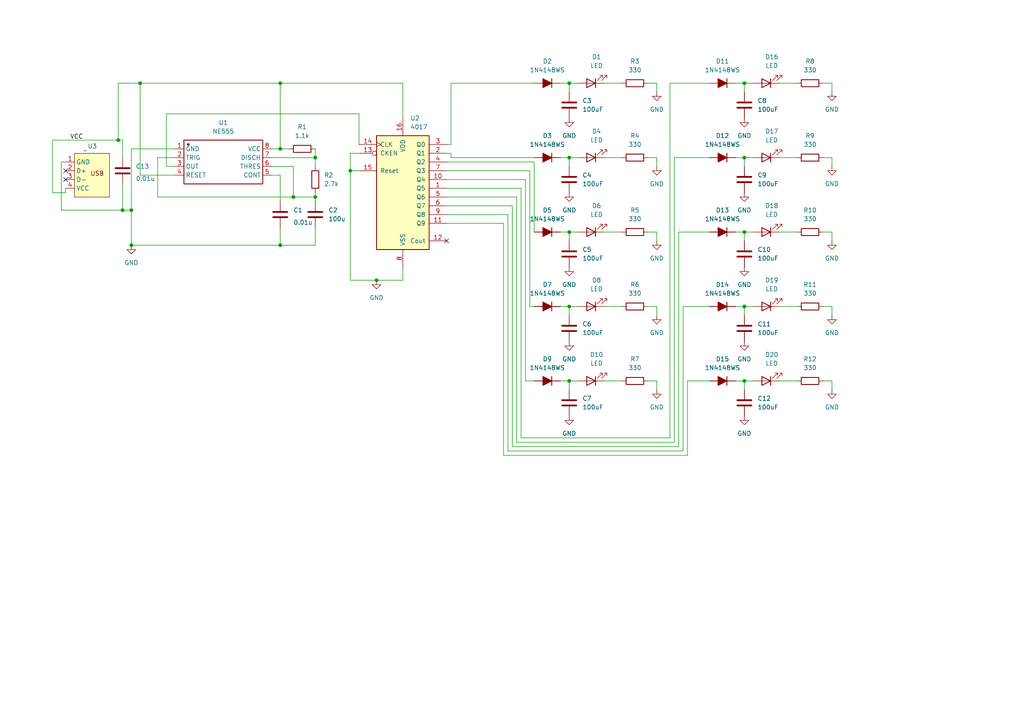
<source format=kicad_sch>
(kicad_sch
	(version 20250114)
	(generator "eeschema")
	(generator_version "9.0")
	(uuid "b860117a-b5d7-47a7-8a75-19e3f0274c65")
	(paper "A4")
	(lib_symbols
		(symbol "4xxx:4017"
			(pin_names
				(offset 1.016)
			)
			(exclude_from_sim no)
			(in_bom yes)
			(on_board yes)
			(property "Reference" "U"
				(at -7.62 16.51 0)
				(effects
					(font
						(size 1.27 1.27)
					)
				)
			)
			(property "Value" "4017"
				(at -7.62 -19.05 0)
				(effects
					(font
						(size 1.27 1.27)
					)
				)
			)
			(property "Footprint" ""
				(at 0 0 0)
				(effects
					(font
						(size 1.27 1.27)
					)
					(hide yes)
				)
			)
			(property "Datasheet" "http://www.intersil.com/content/dam/Intersil/documents/cd40/cd4017bms-22bms.pdf"
				(at 0 0 0)
				(effects
					(font
						(size 1.27 1.27)
					)
					(hide yes)
				)
			)
			(property "Description" "Johnson Counter ( 10 outputs )"
				(at 0 0 0)
				(effects
					(font
						(size 1.27 1.27)
					)
					(hide yes)
				)
			)
			(property "ki_locked" ""
				(at 0 0 0)
				(effects
					(font
						(size 1.27 1.27)
					)
				)
			)
			(property "ki_keywords" "CNT CNT10"
				(at 0 0 0)
				(effects
					(font
						(size 1.27 1.27)
					)
					(hide yes)
				)
			)
			(property "ki_fp_filters" "DIP?16*"
				(at 0 0 0)
				(effects
					(font
						(size 1.27 1.27)
					)
					(hide yes)
				)
			)
			(symbol "4017_1_0"
				(pin input clock
					(at -12.7 12.7 0)
					(length 5.08)
					(name "CLK"
						(effects
							(font
								(size 1.27 1.27)
							)
						)
					)
					(number "14"
						(effects
							(font
								(size 1.27 1.27)
							)
						)
					)
				)
				(pin input inverted
					(at -12.7 10.16 0)
					(length 5.08)
					(name "CKEN"
						(effects
							(font
								(size 1.27 1.27)
							)
						)
					)
					(number "13"
						(effects
							(font
								(size 1.27 1.27)
							)
						)
					)
				)
				(pin input line
					(at -12.7 5.08 0)
					(length 5.08)
					(name "Reset"
						(effects
							(font
								(size 1.27 1.27)
							)
						)
					)
					(number "15"
						(effects
							(font
								(size 1.27 1.27)
							)
						)
					)
				)
				(pin power_in line
					(at 0 20.32 270)
					(length 5.08)
					(name "VDD"
						(effects
							(font
								(size 1.27 1.27)
							)
						)
					)
					(number "16"
						(effects
							(font
								(size 1.27 1.27)
							)
						)
					)
				)
				(pin power_in line
					(at 0 -22.86 90)
					(length 5.08)
					(name "VSS"
						(effects
							(font
								(size 1.27 1.27)
							)
						)
					)
					(number "8"
						(effects
							(font
								(size 1.27 1.27)
							)
						)
					)
				)
				(pin output line
					(at 12.7 12.7 180)
					(length 5.08)
					(name "Q0"
						(effects
							(font
								(size 1.27 1.27)
							)
						)
					)
					(number "3"
						(effects
							(font
								(size 1.27 1.27)
							)
						)
					)
				)
				(pin output line
					(at 12.7 10.16 180)
					(length 5.08)
					(name "Q1"
						(effects
							(font
								(size 1.27 1.27)
							)
						)
					)
					(number "2"
						(effects
							(font
								(size 1.27 1.27)
							)
						)
					)
				)
				(pin output line
					(at 12.7 7.62 180)
					(length 5.08)
					(name "Q2"
						(effects
							(font
								(size 1.27 1.27)
							)
						)
					)
					(number "4"
						(effects
							(font
								(size 1.27 1.27)
							)
						)
					)
				)
				(pin output line
					(at 12.7 5.08 180)
					(length 5.08)
					(name "Q3"
						(effects
							(font
								(size 1.27 1.27)
							)
						)
					)
					(number "7"
						(effects
							(font
								(size 1.27 1.27)
							)
						)
					)
				)
				(pin output line
					(at 12.7 2.54 180)
					(length 5.08)
					(name "Q4"
						(effects
							(font
								(size 1.27 1.27)
							)
						)
					)
					(number "10"
						(effects
							(font
								(size 1.27 1.27)
							)
						)
					)
				)
				(pin output line
					(at 12.7 0 180)
					(length 5.08)
					(name "Q5"
						(effects
							(font
								(size 1.27 1.27)
							)
						)
					)
					(number "1"
						(effects
							(font
								(size 1.27 1.27)
							)
						)
					)
				)
				(pin output line
					(at 12.7 -2.54 180)
					(length 5.08)
					(name "Q6"
						(effects
							(font
								(size 1.27 1.27)
							)
						)
					)
					(number "5"
						(effects
							(font
								(size 1.27 1.27)
							)
						)
					)
				)
				(pin output line
					(at 12.7 -5.08 180)
					(length 5.08)
					(name "Q7"
						(effects
							(font
								(size 1.27 1.27)
							)
						)
					)
					(number "6"
						(effects
							(font
								(size 1.27 1.27)
							)
						)
					)
				)
				(pin output line
					(at 12.7 -7.62 180)
					(length 5.08)
					(name "Q8"
						(effects
							(font
								(size 1.27 1.27)
							)
						)
					)
					(number "9"
						(effects
							(font
								(size 1.27 1.27)
							)
						)
					)
				)
				(pin output line
					(at 12.7 -10.16 180)
					(length 5.08)
					(name "Q9"
						(effects
							(font
								(size 1.27 1.27)
							)
						)
					)
					(number "11"
						(effects
							(font
								(size 1.27 1.27)
							)
						)
					)
				)
				(pin output line
					(at 12.7 -15.24 180)
					(length 5.08)
					(name "Cout"
						(effects
							(font
								(size 1.27 1.27)
							)
						)
					)
					(number "12"
						(effects
							(font
								(size 1.27 1.27)
							)
						)
					)
				)
			)
			(symbol "4017_1_1"
				(rectangle
					(start -7.62 15.24)
					(end 7.62 -17.78)
					(stroke
						(width 0.254)
						(type default)
					)
					(fill
						(type background)
					)
				)
			)
			(embedded_fonts no)
		)
		(symbol "Added:NE555"
			(exclude_from_sim no)
			(in_bom yes)
			(on_board yes)
			(property "Reference" "U?"
				(at -3.556 5.842 0)
				(effects
					(font
						(size 1.27 1.27)
					)
				)
			)
			(property "Value" "NE555"
				(at -3.048 3.048 0)
				(effects
					(font
						(size 1.27 1.27)
					)
				)
			)
			(property "Footprint" ""
				(at 0 0 0)
				(effects
					(font
						(size 1.27 1.27)
					)
					(hide yes)
				)
			)
			(property "Datasheet" ""
				(at 0 0 0)
				(effects
					(font
						(size 1.27 1.27)
					)
					(hide yes)
				)
			)
			(property "Description" ""
				(at 0 0 0)
				(effects
					(font
						(size 1.27 1.27)
					)
					(hide yes)
				)
			)
			(property "Manufacturer Part" "NE555"
				(at -2.032 -1.27 0)
				(effects
					(font
						(size 1.27 1.27)
					)
					(hide yes)
				)
			)
			(property "Manufacturer" "null"
				(at 1.524 5.08 0)
				(effects
					(font
						(size 1.27 1.27)
					)
					(hide yes)
				)
			)
			(property "Supplier Part" "C504549"
				(at -1.27 -3.556 0)
				(effects
					(font
						(size 1.27 1.27)
					)
					(hide yes)
				)
			)
			(property "Supplier" "LCSC"
				(at -1.016 1.016 0)
				(effects
					(font
						(size 1.27 1.27)
					)
					(hide yes)
				)
			)
			(symbol "NE555_0_0"
				(rectangle
					(start -12.7 7.62)
					(end 10.16 -5.08)
					(stroke
						(width 0.254)
						(type solid)
					)
					(fill
						(type none)
					)
				)
				(circle
					(center -11.43 6.35)
					(radius 0.254)
					(stroke
						(width 0.254)
						(type solid)
					)
					(fill
						(type outline)
					)
				)
				(pin unspecified line
					(at -15.24 5.08 0)
					(length 2.54)
					(name "GND"
						(effects
							(font
								(size 1.27 1.27)
							)
						)
					)
					(number "1"
						(effects
							(font
								(size 1.27 1.27)
							)
						)
					)
				)
				(pin unspecified line
					(at -15.24 2.54 0)
					(length 2.54)
					(name "TRIG"
						(effects
							(font
								(size 1.27 1.27)
							)
						)
					)
					(number "2"
						(effects
							(font
								(size 1.27 1.27)
							)
						)
					)
				)
				(pin unspecified line
					(at -15.24 0 0)
					(length 2.54)
					(name "OUT"
						(effects
							(font
								(size 1.27 1.27)
							)
						)
					)
					(number "3"
						(effects
							(font
								(size 1.27 1.27)
							)
						)
					)
				)
				(pin unspecified line
					(at -15.24 -2.54 0)
					(length 2.54)
					(name "RESET"
						(effects
							(font
								(size 1.27 1.27)
							)
						)
					)
					(number "4"
						(effects
							(font
								(size 1.27 1.27)
							)
						)
					)
				)
				(pin unspecified line
					(at 12.7 5.08 180)
					(length 2.54)
					(name "VCC"
						(effects
							(font
								(size 1.27 1.27)
							)
						)
					)
					(number "8"
						(effects
							(font
								(size 1.27 1.27)
							)
						)
					)
				)
				(pin unspecified line
					(at 12.7 2.54 180)
					(length 2.54)
					(name "DISCH"
						(effects
							(font
								(size 1.27 1.27)
							)
						)
					)
					(number "7"
						(effects
							(font
								(size 1.27 1.27)
							)
						)
					)
				)
				(pin unspecified line
					(at 12.7 0 180)
					(length 2.54)
					(name "THRES"
						(effects
							(font
								(size 1.27 1.27)
							)
						)
					)
					(number "6"
						(effects
							(font
								(size 1.27 1.27)
							)
						)
					)
				)
				(pin unspecified line
					(at 12.7 -2.54 180)
					(length 2.54)
					(name "CONT"
						(effects
							(font
								(size 1.27 1.27)
							)
						)
					)
					(number "5"
						(effects
							(font
								(size 1.27 1.27)
							)
						)
					)
				)
			)
			(embedded_fonts no)
		)
		(symbol "Added:USB_Connector_PCB"
			(exclude_from_sim no)
			(in_bom yes)
			(on_board yes)
			(property "Reference" "U3"
				(at 0 8.382 0)
				(effects
					(font
						(size 1.27 1.27)
					)
					(justify left)
				)
			)
			(property "Value" "~"
				(at -1.27 7.112 0)
				(effects
					(font
						(size 1.27 1.27)
					)
					(justify left)
				)
			)
			(property "Footprint" "Added:USB_Connector_PCB"
				(at 0 0 0)
				(effects
					(font
						(size 1.27 1.27)
					)
					(hide yes)
				)
			)
			(property "Datasheet" ""
				(at 0 0 0)
				(effects
					(font
						(size 1.27 1.27)
					)
					(hide yes)
				)
			)
			(property "Description" ""
				(at 0 0 0)
				(effects
					(font
						(size 1.27 1.27)
					)
					(hide yes)
				)
			)
			(symbol "USB_Connector_PCB_1_1"
				(rectangle
					(start -3.81 6.35)
					(end 6.35 -6.35)
					(stroke
						(width 0)
						(type solid)
					)
					(fill
						(type background)
					)
				)
				(text "USB"
					(at 2.794 0.508 0)
					(effects
						(font
							(size 1.27 1.27)
						)
					)
				)
				(pin power_in line
					(at -6.35 3.81 0)
					(length 2.54)
					(name "GND"
						(effects
							(font
								(size 1.27 1.27)
							)
						)
					)
					(number "1"
						(effects
							(font
								(size 1.27 1.27)
							)
						)
					)
				)
				(pin bidirectional line
					(at -6.35 1.27 0)
					(length 2.54)
					(name "D+"
						(effects
							(font
								(size 1.27 1.27)
							)
						)
					)
					(number "2"
						(effects
							(font
								(size 1.27 1.27)
							)
						)
					)
				)
				(pin bidirectional line
					(at -6.35 -1.27 0)
					(length 2.54)
					(name "D-"
						(effects
							(font
								(size 1.27 1.27)
							)
						)
					)
					(number "3"
						(effects
							(font
								(size 1.27 1.27)
							)
						)
					)
				)
				(pin power_in line
					(at -6.35 -3.81 0)
					(length 2.54)
					(name "VCC"
						(effects
							(font
								(size 1.27 1.27)
							)
						)
					)
					(number "4"
						(effects
							(font
								(size 1.27 1.27)
							)
						)
					)
				)
			)
			(embedded_fonts no)
		)
		(symbol "Device:C"
			(pin_numbers
				(hide yes)
			)
			(pin_names
				(offset 0.254)
			)
			(exclude_from_sim no)
			(in_bom yes)
			(on_board yes)
			(property "Reference" "C"
				(at 0.635 2.54 0)
				(effects
					(font
						(size 1.27 1.27)
					)
					(justify left)
				)
			)
			(property "Value" "C"
				(at 0.635 -2.54 0)
				(effects
					(font
						(size 1.27 1.27)
					)
					(justify left)
				)
			)
			(property "Footprint" ""
				(at 0.9652 -3.81 0)
				(effects
					(font
						(size 1.27 1.27)
					)
					(hide yes)
				)
			)
			(property "Datasheet" "~"
				(at 0 0 0)
				(effects
					(font
						(size 1.27 1.27)
					)
					(hide yes)
				)
			)
			(property "Description" "Unpolarized capacitor"
				(at 0 0 0)
				(effects
					(font
						(size 1.27 1.27)
					)
					(hide yes)
				)
			)
			(property "ki_keywords" "cap capacitor"
				(at 0 0 0)
				(effects
					(font
						(size 1.27 1.27)
					)
					(hide yes)
				)
			)
			(property "ki_fp_filters" "C_*"
				(at 0 0 0)
				(effects
					(font
						(size 1.27 1.27)
					)
					(hide yes)
				)
			)
			(symbol "C_0_1"
				(polyline
					(pts
						(xy -2.032 0.762) (xy 2.032 0.762)
					)
					(stroke
						(width 0.508)
						(type default)
					)
					(fill
						(type none)
					)
				)
				(polyline
					(pts
						(xy -2.032 -0.762) (xy 2.032 -0.762)
					)
					(stroke
						(width 0.508)
						(type default)
					)
					(fill
						(type none)
					)
				)
			)
			(symbol "C_1_1"
				(pin passive line
					(at 0 3.81 270)
					(length 2.794)
					(name "~"
						(effects
							(font
								(size 1.27 1.27)
							)
						)
					)
					(number "1"
						(effects
							(font
								(size 1.27 1.27)
							)
						)
					)
				)
				(pin passive line
					(at 0 -3.81 90)
					(length 2.794)
					(name "~"
						(effects
							(font
								(size 1.27 1.27)
							)
						)
					)
					(number "2"
						(effects
							(font
								(size 1.27 1.27)
							)
						)
					)
				)
			)
			(embedded_fonts no)
		)
		(symbol "Device:LED"
			(pin_numbers
				(hide yes)
			)
			(pin_names
				(offset 1.016)
				(hide yes)
			)
			(exclude_from_sim no)
			(in_bom yes)
			(on_board yes)
			(property "Reference" "D"
				(at 0 2.54 0)
				(effects
					(font
						(size 1.27 1.27)
					)
				)
			)
			(property "Value" "LED"
				(at 0 -2.54 0)
				(effects
					(font
						(size 1.27 1.27)
					)
				)
			)
			(property "Footprint" ""
				(at 0 0 0)
				(effects
					(font
						(size 1.27 1.27)
					)
					(hide yes)
				)
			)
			(property "Datasheet" "~"
				(at 0 0 0)
				(effects
					(font
						(size 1.27 1.27)
					)
					(hide yes)
				)
			)
			(property "Description" "Light emitting diode"
				(at 0 0 0)
				(effects
					(font
						(size 1.27 1.27)
					)
					(hide yes)
				)
			)
			(property "Sim.Pins" "1=K 2=A"
				(at 0 0 0)
				(effects
					(font
						(size 1.27 1.27)
					)
					(hide yes)
				)
			)
			(property "ki_keywords" "LED diode"
				(at 0 0 0)
				(effects
					(font
						(size 1.27 1.27)
					)
					(hide yes)
				)
			)
			(property "ki_fp_filters" "LED* LED_SMD:* LED_THT:*"
				(at 0 0 0)
				(effects
					(font
						(size 1.27 1.27)
					)
					(hide yes)
				)
			)
			(symbol "LED_0_1"
				(polyline
					(pts
						(xy -3.048 -0.762) (xy -4.572 -2.286) (xy -3.81 -2.286) (xy -4.572 -2.286) (xy -4.572 -1.524)
					)
					(stroke
						(width 0)
						(type default)
					)
					(fill
						(type none)
					)
				)
				(polyline
					(pts
						(xy -1.778 -0.762) (xy -3.302 -2.286) (xy -2.54 -2.286) (xy -3.302 -2.286) (xy -3.302 -1.524)
					)
					(stroke
						(width 0)
						(type default)
					)
					(fill
						(type none)
					)
				)
				(polyline
					(pts
						(xy -1.27 0) (xy 1.27 0)
					)
					(stroke
						(width 0)
						(type default)
					)
					(fill
						(type none)
					)
				)
				(polyline
					(pts
						(xy -1.27 -1.27) (xy -1.27 1.27)
					)
					(stroke
						(width 0.254)
						(type default)
					)
					(fill
						(type none)
					)
				)
				(polyline
					(pts
						(xy 1.27 -1.27) (xy 1.27 1.27) (xy -1.27 0) (xy 1.27 -1.27)
					)
					(stroke
						(width 0.254)
						(type default)
					)
					(fill
						(type none)
					)
				)
			)
			(symbol "LED_1_1"
				(pin passive line
					(at -3.81 0 0)
					(length 2.54)
					(name "K"
						(effects
							(font
								(size 1.27 1.27)
							)
						)
					)
					(number "1"
						(effects
							(font
								(size 1.27 1.27)
							)
						)
					)
				)
				(pin passive line
					(at 3.81 0 180)
					(length 2.54)
					(name "A"
						(effects
							(font
								(size 1.27 1.27)
							)
						)
					)
					(number "2"
						(effects
							(font
								(size 1.27 1.27)
							)
						)
					)
				)
			)
			(embedded_fonts no)
		)
		(symbol "Device:R"
			(pin_numbers
				(hide yes)
			)
			(pin_names
				(offset 0)
			)
			(exclude_from_sim no)
			(in_bom yes)
			(on_board yes)
			(property "Reference" "R"
				(at 2.032 0 90)
				(effects
					(font
						(size 1.27 1.27)
					)
				)
			)
			(property "Value" "R"
				(at 0 0 90)
				(effects
					(font
						(size 1.27 1.27)
					)
				)
			)
			(property "Footprint" ""
				(at -1.778 0 90)
				(effects
					(font
						(size 1.27 1.27)
					)
					(hide yes)
				)
			)
			(property "Datasheet" "~"
				(at 0 0 0)
				(effects
					(font
						(size 1.27 1.27)
					)
					(hide yes)
				)
			)
			(property "Description" "Resistor"
				(at 0 0 0)
				(effects
					(font
						(size 1.27 1.27)
					)
					(hide yes)
				)
			)
			(property "ki_keywords" "R res resistor"
				(at 0 0 0)
				(effects
					(font
						(size 1.27 1.27)
					)
					(hide yes)
				)
			)
			(property "ki_fp_filters" "R_*"
				(at 0 0 0)
				(effects
					(font
						(size 1.27 1.27)
					)
					(hide yes)
				)
			)
			(symbol "R_0_1"
				(rectangle
					(start -1.016 -2.54)
					(end 1.016 2.54)
					(stroke
						(width 0.254)
						(type default)
					)
					(fill
						(type none)
					)
				)
			)
			(symbol "R_1_1"
				(pin passive line
					(at 0 3.81 270)
					(length 1.27)
					(name "~"
						(effects
							(font
								(size 1.27 1.27)
							)
						)
					)
					(number "1"
						(effects
							(font
								(size 1.27 1.27)
							)
						)
					)
				)
				(pin passive line
					(at 0 -3.81 90)
					(length 1.27)
					(name "~"
						(effects
							(font
								(size 1.27 1.27)
							)
						)
					)
					(number "2"
						(effects
							(font
								(size 1.27 1.27)
							)
						)
					)
				)
			)
			(embedded_fonts no)
		)
		(symbol "PCM_Diode_AKL:1N4148WS"
			(pin_numbers
				(hide yes)
			)
			(pin_names
				(offset 1.016)
				(hide yes)
			)
			(exclude_from_sim no)
			(in_bom yes)
			(on_board yes)
			(property "Reference" "D"
				(at 0 5.08 0)
				(effects
					(font
						(size 1.27 1.27)
					)
				)
			)
			(property "Value" "1N4148WS"
				(at 0 2.54 0)
				(effects
					(font
						(size 1.27 1.27)
					)
				)
			)
			(property "Footprint" "PCM_Diode_SMD_AKL:D_SOD-323"
				(at 0 0 0)
				(effects
					(font
						(size 1.27 1.27)
					)
					(hide yes)
				)
			)
			(property "Datasheet" "https://datasheet.octopart.com/1N4148WS-13-F-Diodes-Inc.-datasheet-11839050.pdf"
				(at 0 0 0)
				(effects
					(font
						(size 1.27 1.27)
					)
					(hide yes)
				)
			)
			(property "Description" "SOD-323 Diode, Small Signal, Fast Switching, 75V, 150mA, 4ns, Alternate KiCad Library"
				(at 0 0 0)
				(effects
					(font
						(size 1.27 1.27)
					)
					(hide yes)
				)
			)
			(property "ki_keywords" "diode 1N4148WS"
				(at 0 0 0)
				(effects
					(font
						(size 1.27 1.27)
					)
					(hide yes)
				)
			)
			(property "ki_fp_filters" "TO-???* *_Diode_* *SingleDiode* D_*"
				(at 0 0 0)
				(effects
					(font
						(size 1.27 1.27)
					)
					(hide yes)
				)
			)
			(symbol "1N4148WS_0_1"
				(polyline
					(pts
						(xy -1.27 1.27) (xy -1.27 -1.27) (xy 1.27 0) (xy -1.27 1.27)
					)
					(stroke
						(width 0.254)
						(type default)
					)
					(fill
						(type outline)
					)
				)
				(polyline
					(pts
						(xy -1.27 0) (xy 1.27 0)
					)
					(stroke
						(width 0)
						(type default)
					)
					(fill
						(type none)
					)
				)
				(polyline
					(pts
						(xy 1.27 1.27) (xy 1.27 -1.27)
					)
					(stroke
						(width 0.254)
						(type default)
					)
					(fill
						(type none)
					)
				)
			)
			(symbol "1N4148WS_0_2"
				(polyline
					(pts
						(xy -2.54 -2.54) (xy 2.54 2.54)
					)
					(stroke
						(width 0)
						(type default)
					)
					(fill
						(type none)
					)
				)
				(polyline
					(pts
						(xy -0.889 -0.889) (xy -1.778 0) (xy 0.889 0.889) (xy 0 -1.778) (xy -0.889 -0.889)
					)
					(stroke
						(width 0.254)
						(type default)
					)
					(fill
						(type outline)
					)
				)
				(polyline
					(pts
						(xy 0 1.778) (xy 1.778 0)
					)
					(stroke
						(width 0.254)
						(type default)
					)
					(fill
						(type none)
					)
				)
			)
			(symbol "1N4148WS_1_1"
				(pin passive line
					(at -3.81 0 0)
					(length 2.54)
					(name "A"
						(effects
							(font
								(size 1.27 1.27)
							)
						)
					)
					(number "2"
						(effects
							(font
								(size 1.27 1.27)
							)
						)
					)
				)
				(pin passive line
					(at 3.81 0 180)
					(length 2.54)
					(name "K"
						(effects
							(font
								(size 1.27 1.27)
							)
						)
					)
					(number "1"
						(effects
							(font
								(size 1.27 1.27)
							)
						)
					)
				)
			)
			(symbol "1N4148WS_1_2"
				(pin passive line
					(at -2.54 -2.54 0)
					(length 0)
					(name "A"
						(effects
							(font
								(size 1.27 1.27)
							)
						)
					)
					(number "2"
						(effects
							(font
								(size 1.27 1.27)
							)
						)
					)
				)
				(pin passive line
					(at 2.54 2.54 180)
					(length 0)
					(name "K"
						(effects
							(font
								(size 1.27 1.27)
							)
						)
					)
					(number "1"
						(effects
							(font
								(size 1.27 1.27)
							)
						)
					)
				)
			)
			(embedded_fonts no)
		)
		(symbol "power:GND"
			(power)
			(pin_numbers
				(hide yes)
			)
			(pin_names
				(offset 0)
				(hide yes)
			)
			(exclude_from_sim no)
			(in_bom yes)
			(on_board yes)
			(property "Reference" "#PWR"
				(at 0 -6.35 0)
				(effects
					(font
						(size 1.27 1.27)
					)
					(hide yes)
				)
			)
			(property "Value" "GND"
				(at 0 -3.81 0)
				(effects
					(font
						(size 1.27 1.27)
					)
				)
			)
			(property "Footprint" ""
				(at 0 0 0)
				(effects
					(font
						(size 1.27 1.27)
					)
					(hide yes)
				)
			)
			(property "Datasheet" ""
				(at 0 0 0)
				(effects
					(font
						(size 1.27 1.27)
					)
					(hide yes)
				)
			)
			(property "Description" "Power symbol creates a global label with name \"GND\" , ground"
				(at 0 0 0)
				(effects
					(font
						(size 1.27 1.27)
					)
					(hide yes)
				)
			)
			(property "ki_keywords" "global power"
				(at 0 0 0)
				(effects
					(font
						(size 1.27 1.27)
					)
					(hide yes)
				)
			)
			(symbol "GND_0_1"
				(polyline
					(pts
						(xy 0 0) (xy 0 -1.27) (xy 1.27 -1.27) (xy 0 -2.54) (xy -1.27 -1.27) (xy 0 -1.27)
					)
					(stroke
						(width 0)
						(type default)
					)
					(fill
						(type none)
					)
				)
			)
			(symbol "GND_1_1"
				(pin power_in line
					(at 0 0 270)
					(length 0)
					(name "~"
						(effects
							(font
								(size 1.27 1.27)
							)
						)
					)
					(number "1"
						(effects
							(font
								(size 1.27 1.27)
							)
						)
					)
				)
			)
			(embedded_fonts no)
		)
	)
	(junction
		(at 38.1 71.12)
		(diameter 0)
		(color 0 0 0 0)
		(uuid "0286df22-ef9a-41f8-aee0-0e2d106b3179")
	)
	(junction
		(at 165.1 88.9)
		(diameter 0)
		(color 0 0 0 0)
		(uuid "06dbe411-a4c0-403f-8edb-ac011a3db1a9")
	)
	(junction
		(at 40.64 24.13)
		(diameter 0)
		(color 0 0 0 0)
		(uuid "086d5ea0-5a69-49ec-a1e8-5a2fd1a471a4")
	)
	(junction
		(at 34.29 40.64)
		(diameter 0)
		(color 0 0 0 0)
		(uuid "233e5c10-24b7-424f-8445-7c99b3238d39")
	)
	(junction
		(at 91.44 45.72)
		(diameter 0)
		(color 0 0 0 0)
		(uuid "335a465a-c12a-4693-9eb6-a6ef4e56c2ce")
	)
	(junction
		(at 215.9 67.31)
		(diameter 0)
		(color 0 0 0 0)
		(uuid "3e625396-4485-420b-9bb4-8d302fe94f66")
	)
	(junction
		(at 165.1 110.49)
		(diameter 0)
		(color 0 0 0 0)
		(uuid "426cff37-84bd-4ea8-a686-d98e91d6207a")
	)
	(junction
		(at 38.1 60.96)
		(diameter 0)
		(color 0 0 0 0)
		(uuid "489b598c-d36c-45c7-8843-4ca6d682bc5d")
	)
	(junction
		(at 81.28 71.12)
		(diameter 0)
		(color 0 0 0 0)
		(uuid "51931f2e-e4fe-456e-afa9-a2a715a64ed7")
	)
	(junction
		(at 215.9 45.72)
		(diameter 0)
		(color 0 0 0 0)
		(uuid "5500355f-9eaa-4889-b5ed-270eb97ca71e")
	)
	(junction
		(at 81.28 24.13)
		(diameter 0)
		(color 0 0 0 0)
		(uuid "5c60178e-24e5-4256-8095-3a7edd6e21f6")
	)
	(junction
		(at 109.22 81.28)
		(diameter 0)
		(color 0 0 0 0)
		(uuid "5fa04286-a5c5-4f13-bbf6-936316a552dd")
	)
	(junction
		(at 165.1 24.13)
		(diameter 0)
		(color 0 0 0 0)
		(uuid "6395fa4f-9267-49f3-bcc6-aa199fbf1f59")
	)
	(junction
		(at 35.56 60.96)
		(diameter 0)
		(color 0 0 0 0)
		(uuid "76f74663-d0c4-408b-9665-25e2d4d72b37")
	)
	(junction
		(at 165.1 67.31)
		(diameter 0)
		(color 0 0 0 0)
		(uuid "7db05284-5800-4a9f-bb91-964e934bf457")
	)
	(junction
		(at 85.09 57.15)
		(diameter 0)
		(color 0 0 0 0)
		(uuid "acf684ef-6390-46db-8874-e66de02737d9")
	)
	(junction
		(at 215.9 24.13)
		(diameter 0)
		(color 0 0 0 0)
		(uuid "af2abbc5-8965-409f-ac5b-ee8261eef05b")
	)
	(junction
		(at 91.44 57.15)
		(diameter 0)
		(color 0 0 0 0)
		(uuid "b7ee244c-c900-4972-9622-57cecb88c417")
	)
	(junction
		(at 101.6 49.53)
		(diameter 0)
		(color 0 0 0 0)
		(uuid "ba839fa9-290a-4eb9-b144-694971c598dd")
	)
	(junction
		(at 81.28 43.18)
		(diameter 0)
		(color 0 0 0 0)
		(uuid "c5528c4f-bf65-42c9-991c-bc4f624266d2")
	)
	(junction
		(at 215.9 110.49)
		(diameter 0)
		(color 0 0 0 0)
		(uuid "cd175c6b-ab3c-4484-8148-f288c3b26af8")
	)
	(junction
		(at 215.9 88.9)
		(diameter 0)
		(color 0 0 0 0)
		(uuid "fa0b6d43-2674-490a-aad3-8addf2cd04f8")
	)
	(junction
		(at 165.1 45.72)
		(diameter 0)
		(color 0 0 0 0)
		(uuid "fddebe5f-d41f-464e-965d-b1f735586f86")
	)
	(no_connect
		(at 19.05 49.53)
		(uuid "645c6a2c-7c17-4011-b283-ddc883216622")
	)
	(no_connect
		(at 19.05 52.07)
		(uuid "738a0787-2fc1-4b4e-81cd-fdb27de8ac95")
	)
	(no_connect
		(at 129.54 69.85)
		(uuid "d6fc0528-5c37-44e7-bc7c-fa21a71a99c4")
	)
	(wire
		(pts
			(xy 147.32 62.23) (xy 129.54 62.23)
		)
		(stroke
			(width 0)
			(type default)
		)
		(uuid "00fca1a7-1152-492c-807d-4227407cf615")
	)
	(wire
		(pts
			(xy 190.5 67.31) (xy 190.5 69.85)
		)
		(stroke
			(width 0)
			(type default)
		)
		(uuid "010fc96c-93d5-4d77-a69a-d454e786ee29")
	)
	(wire
		(pts
			(xy 85.09 48.26) (xy 85.09 57.15)
		)
		(stroke
			(width 0)
			(type default)
		)
		(uuid "02ba85ac-8289-4a9a-be47-18213eb31375")
	)
	(wire
		(pts
			(xy 213.36 67.31) (xy 215.9 67.31)
		)
		(stroke
			(width 0)
			(type default)
		)
		(uuid "047c5ef5-88e4-4cea-b030-344f86632b32")
	)
	(wire
		(pts
			(xy 17.78 60.96) (xy 17.78 46.99)
		)
		(stroke
			(width 0)
			(type default)
		)
		(uuid "065757fd-9741-49fb-b04e-6e40eea5f80a")
	)
	(wire
		(pts
			(xy 175.26 88.9) (xy 180.34 88.9)
		)
		(stroke
			(width 0)
			(type default)
		)
		(uuid "080fc122-9b56-4803-8ae9-c56fcf0ad003")
	)
	(wire
		(pts
			(xy 165.1 24.13) (xy 167.64 24.13)
		)
		(stroke
			(width 0)
			(type default)
		)
		(uuid "085eb57e-947c-488d-a4cb-58b6171c5026")
	)
	(wire
		(pts
			(xy 215.9 110.49) (xy 215.9 113.03)
		)
		(stroke
			(width 0)
			(type default)
		)
		(uuid "09b68801-e13c-49f5-9f25-109dd626abe4")
	)
	(wire
		(pts
			(xy 213.36 88.9) (xy 215.9 88.9)
		)
		(stroke
			(width 0)
			(type default)
		)
		(uuid "0a5fcc3a-32d9-4294-a57d-b5d6959dcb79")
	)
	(wire
		(pts
			(xy 215.9 24.13) (xy 215.9 26.67)
		)
		(stroke
			(width 0)
			(type default)
		)
		(uuid "0a7faacb-f869-4c4f-8be5-c4761ead36c9")
	)
	(wire
		(pts
			(xy 40.64 24.13) (xy 34.29 24.13)
		)
		(stroke
			(width 0)
			(type default)
		)
		(uuid "0bbd28a7-2ac6-42e1-ba6d-d80809a63553")
	)
	(wire
		(pts
			(xy 116.84 34.29) (xy 116.84 24.13)
		)
		(stroke
			(width 0)
			(type default)
		)
		(uuid "0faa9694-2918-4bef-9f89-1c3fa2b078f2")
	)
	(wire
		(pts
			(xy 238.76 67.31) (xy 241.3 67.31)
		)
		(stroke
			(width 0)
			(type default)
		)
		(uuid "12016b03-a511-471a-b3f3-7a9c6343ab9c")
	)
	(wire
		(pts
			(xy 34.29 24.13) (xy 34.29 40.64)
		)
		(stroke
			(width 0)
			(type default)
		)
		(uuid "1301d4fa-5ca8-45ae-b675-ffe32d002ea8")
	)
	(wire
		(pts
			(xy 215.9 45.72) (xy 215.9 48.26)
		)
		(stroke
			(width 0)
			(type default)
		)
		(uuid "134ecd3d-2d91-4c4e-8875-f92fcd80cfc8")
	)
	(wire
		(pts
			(xy 199.39 132.08) (xy 146.05 132.08)
		)
		(stroke
			(width 0)
			(type default)
		)
		(uuid "15874ebf-f1aa-423e-8ad2-1ec2ef44402d")
	)
	(wire
		(pts
			(xy 91.44 43.18) (xy 91.44 45.72)
		)
		(stroke
			(width 0)
			(type default)
		)
		(uuid "15abecb3-8632-4592-88ea-342e73ec1a5a")
	)
	(wire
		(pts
			(xy 190.5 88.9) (xy 190.5 91.44)
		)
		(stroke
			(width 0)
			(type default)
		)
		(uuid "17ae7804-3d7c-4ae7-829b-e5a1d10c50c5")
	)
	(wire
		(pts
			(xy 205.74 24.13) (xy 194.31 24.13)
		)
		(stroke
			(width 0)
			(type default)
		)
		(uuid "18a2d15b-bade-45ab-bdd6-c7dc118402cb")
	)
	(wire
		(pts
			(xy 19.05 55.88) (xy 19.05 54.61)
		)
		(stroke
			(width 0)
			(type default)
		)
		(uuid "18e87ff1-d763-410b-abb2-9fd94935b55f")
	)
	(wire
		(pts
			(xy 162.56 88.9) (xy 165.1 88.9)
		)
		(stroke
			(width 0)
			(type default)
		)
		(uuid "1b25cb8c-c644-438c-9a92-10e39115ca8b")
	)
	(wire
		(pts
			(xy 199.39 110.49) (xy 199.39 132.08)
		)
		(stroke
			(width 0)
			(type default)
		)
		(uuid "1dbb61bd-c5c3-48ce-838b-e4993e9a6971")
	)
	(wire
		(pts
			(xy 38.1 43.18) (xy 38.1 60.96)
		)
		(stroke
			(width 0)
			(type default)
		)
		(uuid "1e6d0b50-0410-4f9b-b07e-9550cecfbef2")
	)
	(wire
		(pts
			(xy 154.94 24.13) (xy 130.81 24.13)
		)
		(stroke
			(width 0)
			(type default)
		)
		(uuid "22479846-093f-40f2-8e53-eefb541a368f")
	)
	(wire
		(pts
			(xy 198.12 88.9) (xy 198.12 130.81)
		)
		(stroke
			(width 0)
			(type default)
		)
		(uuid "22629f55-064f-471c-a232-de4fba8f04bc")
	)
	(wire
		(pts
			(xy 187.96 45.72) (xy 190.5 45.72)
		)
		(stroke
			(width 0)
			(type default)
		)
		(uuid "2280fafb-7b07-4676-a167-667a3e5b238e")
	)
	(wire
		(pts
			(xy 165.1 24.13) (xy 165.1 26.67)
		)
		(stroke
			(width 0)
			(type default)
		)
		(uuid "2319a23f-69e6-4d01-91ed-691e64ed9e9e")
	)
	(wire
		(pts
			(xy 187.96 88.9) (xy 190.5 88.9)
		)
		(stroke
			(width 0)
			(type default)
		)
		(uuid "24c675da-9292-4d51-b21d-bb79957af13c")
	)
	(wire
		(pts
			(xy 101.6 44.45) (xy 101.6 49.53)
		)
		(stroke
			(width 0)
			(type default)
		)
		(uuid "264f5aa7-1d2b-4393-832b-b08035b29d03")
	)
	(wire
		(pts
			(xy 165.1 110.49) (xy 167.64 110.49)
		)
		(stroke
			(width 0)
			(type default)
		)
		(uuid "270551c8-719d-4d0b-a8a1-8657ecc6dfcf")
	)
	(wire
		(pts
			(xy 116.84 24.13) (xy 81.28 24.13)
		)
		(stroke
			(width 0)
			(type default)
		)
		(uuid "2710d8b4-aeba-4969-894e-e32647aa446d")
	)
	(wire
		(pts
			(xy 213.36 45.72) (xy 215.9 45.72)
		)
		(stroke
			(width 0)
			(type default)
		)
		(uuid "28b6ba6f-3427-4a24-be17-411d387d7ee1")
	)
	(wire
		(pts
			(xy 154.94 110.49) (xy 152.4 110.49)
		)
		(stroke
			(width 0)
			(type default)
		)
		(uuid "2a47366a-4816-4fa7-815a-9ef285d1707f")
	)
	(wire
		(pts
			(xy 154.94 67.31) (xy 154.94 46.99)
		)
		(stroke
			(width 0)
			(type default)
		)
		(uuid "2a613092-e182-429e-b2d5-1442700346ac")
	)
	(wire
		(pts
			(xy 213.36 110.49) (xy 215.9 110.49)
		)
		(stroke
			(width 0)
			(type default)
		)
		(uuid "2c967d69-72c7-4ef1-bd08-ec5cc23c0c4c")
	)
	(wire
		(pts
			(xy 213.36 24.13) (xy 215.9 24.13)
		)
		(stroke
			(width 0)
			(type default)
		)
		(uuid "2db9dd31-51bd-46fd-a1f3-0c48d369340d")
	)
	(wire
		(pts
			(xy 104.14 33.02) (xy 104.14 41.91)
		)
		(stroke
			(width 0)
			(type default)
		)
		(uuid "2eb08a29-deb8-4ee5-998a-54352347e389")
	)
	(wire
		(pts
			(xy 15.24 40.64) (xy 34.29 40.64)
		)
		(stroke
			(width 0)
			(type default)
		)
		(uuid "31bd5895-47db-4893-bfef-ed16eb43a7c1")
	)
	(wire
		(pts
			(xy 81.28 50.8) (xy 81.28 58.42)
		)
		(stroke
			(width 0)
			(type default)
		)
		(uuid "31fced49-2c1a-46ab-9d70-125a1e78f910")
	)
	(wire
		(pts
			(xy 147.32 130.81) (xy 147.32 62.23)
		)
		(stroke
			(width 0)
			(type default)
		)
		(uuid "33249cc7-eb49-4593-8468-e7ae6e01dec3")
	)
	(wire
		(pts
			(xy 50.8 45.72) (xy 45.72 45.72)
		)
		(stroke
			(width 0)
			(type default)
		)
		(uuid "335dbdfd-706b-4dfa-b155-b25fb5ac8452")
	)
	(wire
		(pts
			(xy 130.81 44.45) (xy 129.54 44.45)
		)
		(stroke
			(width 0)
			(type default)
		)
		(uuid "342087d0-4fd5-4d22-9a23-2d30efbaec6f")
	)
	(wire
		(pts
			(xy 81.28 24.13) (xy 81.28 43.18)
		)
		(stroke
			(width 0)
			(type default)
		)
		(uuid "35c78997-0cb5-49d9-ad10-79fb98dade16")
	)
	(wire
		(pts
			(xy 215.9 110.49) (xy 218.44 110.49)
		)
		(stroke
			(width 0)
			(type default)
		)
		(uuid "363aa5fa-e4cf-45c8-abbf-a51ea7453e22")
	)
	(wire
		(pts
			(xy 241.3 24.13) (xy 241.3 26.67)
		)
		(stroke
			(width 0)
			(type default)
		)
		(uuid "36dc2e17-ac88-4313-ae1e-09a064a5f275")
	)
	(wire
		(pts
			(xy 91.44 55.88) (xy 91.44 57.15)
		)
		(stroke
			(width 0)
			(type default)
		)
		(uuid "3808cc9a-dd59-418e-886e-9d64d760ef0b")
	)
	(wire
		(pts
			(xy 130.81 24.13) (xy 130.81 41.91)
		)
		(stroke
			(width 0)
			(type default)
		)
		(uuid "39829798-0083-47cc-b9d6-30235a4a6adf")
	)
	(wire
		(pts
			(xy 226.06 67.31) (xy 231.14 67.31)
		)
		(stroke
			(width 0)
			(type default)
		)
		(uuid "3a78bd30-3d18-4fad-b6ed-3a36ee1a08c0")
	)
	(wire
		(pts
			(xy 165.1 88.9) (xy 165.1 91.44)
		)
		(stroke
			(width 0)
			(type default)
		)
		(uuid "3b32a30a-1533-49c4-8d78-50a665306361")
	)
	(wire
		(pts
			(xy 205.74 45.72) (xy 195.58 45.72)
		)
		(stroke
			(width 0)
			(type default)
		)
		(uuid "40aa6e78-d7fa-491b-8ad7-4746cb2ce0c4")
	)
	(wire
		(pts
			(xy 50.8 43.18) (xy 38.1 43.18)
		)
		(stroke
			(width 0)
			(type default)
		)
		(uuid "4259ea66-ea22-4cb6-8f08-70540b2c1c4d")
	)
	(wire
		(pts
			(xy 101.6 49.53) (xy 101.6 81.28)
		)
		(stroke
			(width 0)
			(type default)
		)
		(uuid "42a8d183-1aff-453e-9108-5bb22fe46efd")
	)
	(wire
		(pts
			(xy 196.85 129.54) (xy 148.59 129.54)
		)
		(stroke
			(width 0)
			(type default)
		)
		(uuid "455b13bc-94d6-4712-9a6b-baaef241838d")
	)
	(wire
		(pts
			(xy 215.9 67.31) (xy 215.9 69.85)
		)
		(stroke
			(width 0)
			(type default)
		)
		(uuid "47e83a4d-8821-4627-89d6-9413dc3c6452")
	)
	(wire
		(pts
			(xy 165.1 67.31) (xy 167.64 67.31)
		)
		(stroke
			(width 0)
			(type default)
		)
		(uuid "486cf29e-09a1-40ea-b29f-ab1bba5f82bf")
	)
	(wire
		(pts
			(xy 187.96 67.31) (xy 190.5 67.31)
		)
		(stroke
			(width 0)
			(type default)
		)
		(uuid "4af25832-6207-4701-ab8a-30ea806922f1")
	)
	(wire
		(pts
			(xy 38.1 60.96) (xy 38.1 71.12)
		)
		(stroke
			(width 0)
			(type default)
		)
		(uuid "4e7a696b-597b-4d68-97c1-5e9f01946911")
	)
	(wire
		(pts
			(xy 149.86 128.27) (xy 149.86 57.15)
		)
		(stroke
			(width 0)
			(type default)
		)
		(uuid "507881be-24d1-42f7-9801-bf9e47504dbe")
	)
	(wire
		(pts
			(xy 165.1 45.72) (xy 167.64 45.72)
		)
		(stroke
			(width 0)
			(type default)
		)
		(uuid "52932422-b79b-467a-b485-f7f442010a42")
	)
	(wire
		(pts
			(xy 205.74 88.9) (xy 198.12 88.9)
		)
		(stroke
			(width 0)
			(type default)
		)
		(uuid "57f879d2-4650-48a6-a14b-4c0d2964c348")
	)
	(wire
		(pts
			(xy 215.9 88.9) (xy 218.44 88.9)
		)
		(stroke
			(width 0)
			(type default)
		)
		(uuid "5a0c342d-7212-4d9a-84ee-0e59334e4ac1")
	)
	(wire
		(pts
			(xy 35.56 53.34) (xy 35.56 60.96)
		)
		(stroke
			(width 0)
			(type default)
		)
		(uuid "5a8e04e8-64b2-4086-8b21-8f863cb1ee92")
	)
	(wire
		(pts
			(xy 165.1 67.31) (xy 165.1 69.85)
		)
		(stroke
			(width 0)
			(type default)
		)
		(uuid "5abe8c81-0bf2-47fb-8a37-ae5d764c39be")
	)
	(wire
		(pts
			(xy 35.56 45.72) (xy 35.56 40.64)
		)
		(stroke
			(width 0)
			(type default)
		)
		(uuid "606add00-ec87-4d89-9cb3-bc79b8b8bf61")
	)
	(wire
		(pts
			(xy 148.59 59.69) (xy 129.54 59.69)
		)
		(stroke
			(width 0)
			(type default)
		)
		(uuid "64ed55ef-d5e5-4c2a-997c-11a392fa2072")
	)
	(wire
		(pts
			(xy 48.26 33.02) (xy 104.14 33.02)
		)
		(stroke
			(width 0)
			(type default)
		)
		(uuid "675b0b90-812d-44b8-aafa-15ceb2272e4c")
	)
	(wire
		(pts
			(xy 215.9 67.31) (xy 218.44 67.31)
		)
		(stroke
			(width 0)
			(type default)
		)
		(uuid "72de3cc2-d131-40b6-9bfc-845878f351f3")
	)
	(wire
		(pts
			(xy 195.58 45.72) (xy 195.58 128.27)
		)
		(stroke
			(width 0)
			(type default)
		)
		(uuid "74325d54-9408-4550-b19c-29265840992e")
	)
	(wire
		(pts
			(xy 104.14 44.45) (xy 101.6 44.45)
		)
		(stroke
			(width 0)
			(type default)
		)
		(uuid "753a7130-b565-46c4-adad-87215dbe7fdf")
	)
	(wire
		(pts
			(xy 129.54 64.77) (xy 146.05 64.77)
		)
		(stroke
			(width 0)
			(type default)
		)
		(uuid "77df5468-4344-4688-b17d-74d697b0a32d")
	)
	(wire
		(pts
			(xy 35.56 40.64) (xy 34.29 40.64)
		)
		(stroke
			(width 0)
			(type default)
		)
		(uuid "7832016e-ca4d-4363-a699-d6b9d45cb0da")
	)
	(wire
		(pts
			(xy 241.3 45.72) (xy 241.3 48.26)
		)
		(stroke
			(width 0)
			(type default)
		)
		(uuid "7842aa43-b6b0-42fa-8718-86ddb8dbcae1")
	)
	(wire
		(pts
			(xy 78.74 45.72) (xy 91.44 45.72)
		)
		(stroke
			(width 0)
			(type default)
		)
		(uuid "784a39c7-31a5-453f-8ae8-b4fe759492d6")
	)
	(wire
		(pts
			(xy 194.31 24.13) (xy 194.31 127)
		)
		(stroke
			(width 0)
			(type default)
		)
		(uuid "79428216-0e80-4526-b230-7138a0d15422")
	)
	(wire
		(pts
			(xy 116.84 81.28) (xy 109.22 81.28)
		)
		(stroke
			(width 0)
			(type default)
		)
		(uuid "7a758b0f-dd47-47c6-8e6c-e409bc113f2d")
	)
	(wire
		(pts
			(xy 190.5 24.13) (xy 190.5 26.67)
		)
		(stroke
			(width 0)
			(type default)
		)
		(uuid "7c3e02f8-36a3-4df1-80ae-f8c540f02463")
	)
	(wire
		(pts
			(xy 85.09 57.15) (xy 91.44 57.15)
		)
		(stroke
			(width 0)
			(type default)
		)
		(uuid "80a2409a-cd9b-45e3-b524-8d6606cde8af")
	)
	(wire
		(pts
			(xy 196.85 67.31) (xy 196.85 129.54)
		)
		(stroke
			(width 0)
			(type default)
		)
		(uuid "83755120-a87c-4ac6-a64b-3cc8cea0799d")
	)
	(wire
		(pts
			(xy 226.06 24.13) (xy 231.14 24.13)
		)
		(stroke
			(width 0)
			(type default)
		)
		(uuid "85c57f32-a1de-4e59-bd1d-6f844c55af1a")
	)
	(wire
		(pts
			(xy 162.56 45.72) (xy 165.1 45.72)
		)
		(stroke
			(width 0)
			(type default)
		)
		(uuid "860bd24d-26b1-4e8b-8888-77a0f511f9ca")
	)
	(wire
		(pts
			(xy 81.28 43.18) (xy 83.82 43.18)
		)
		(stroke
			(width 0)
			(type default)
		)
		(uuid "8650503e-3cdb-4148-86b1-4bf9461c39da")
	)
	(wire
		(pts
			(xy 194.31 127) (xy 151.13 127)
		)
		(stroke
			(width 0)
			(type default)
		)
		(uuid "878ed996-a412-4a77-97d8-879f4f9287a8")
	)
	(wire
		(pts
			(xy 50.8 50.8) (xy 40.64 50.8)
		)
		(stroke
			(width 0)
			(type default)
		)
		(uuid "87e37d75-cb86-433b-8f05-b78758641ecd")
	)
	(wire
		(pts
			(xy 109.22 81.28) (xy 101.6 81.28)
		)
		(stroke
			(width 0)
			(type default)
		)
		(uuid "8b524a80-b351-40e9-b47f-57748e6b800d")
	)
	(wire
		(pts
			(xy 91.44 71.12) (xy 91.44 66.04)
		)
		(stroke
			(width 0)
			(type default)
		)
		(uuid "8e179436-1306-4312-9e64-87a96ec374dd")
	)
	(wire
		(pts
			(xy 226.06 45.72) (xy 231.14 45.72)
		)
		(stroke
			(width 0)
			(type default)
		)
		(uuid "8f03f2f7-fe07-4595-a2c1-0c44172bd6e0")
	)
	(wire
		(pts
			(xy 152.4 110.49) (xy 152.4 52.07)
		)
		(stroke
			(width 0)
			(type default)
		)
		(uuid "8f82ddd9-6337-4f30-9dab-13d12e7bd2d0")
	)
	(wire
		(pts
			(xy 153.67 88.9) (xy 153.67 49.53)
		)
		(stroke
			(width 0)
			(type default)
		)
		(uuid "90df305c-3e88-43b3-9ccb-82557dd489ad")
	)
	(wire
		(pts
			(xy 190.5 45.72) (xy 190.5 48.26)
		)
		(stroke
			(width 0)
			(type default)
		)
		(uuid "95ea9bf1-d125-4e75-82fe-10efd6a20d09")
	)
	(wire
		(pts
			(xy 175.26 67.31) (xy 180.34 67.31)
		)
		(stroke
			(width 0)
			(type default)
		)
		(uuid "96528f01-12bc-4bef-80bc-cbbc693eb28c")
	)
	(wire
		(pts
			(xy 17.78 60.96) (xy 35.56 60.96)
		)
		(stroke
			(width 0)
			(type default)
		)
		(uuid "97f88428-8b42-42c1-845b-9eda15c17b70")
	)
	(wire
		(pts
			(xy 81.28 24.13) (xy 40.64 24.13)
		)
		(stroke
			(width 0)
			(type default)
		)
		(uuid "9d6dbe72-4621-4345-ba3e-a1f7130ab9c4")
	)
	(wire
		(pts
			(xy 45.72 57.15) (xy 85.09 57.15)
		)
		(stroke
			(width 0)
			(type default)
		)
		(uuid "9ef5c589-b93a-448f-b07e-ddad5c0bf17f")
	)
	(wire
		(pts
			(xy 226.06 88.9) (xy 231.14 88.9)
		)
		(stroke
			(width 0)
			(type default)
		)
		(uuid "a19d40f2-b6b3-4fd4-a977-00ee16f8c485")
	)
	(wire
		(pts
			(xy 45.72 45.72) (xy 45.72 57.15)
		)
		(stroke
			(width 0)
			(type default)
		)
		(uuid "a1bf5c77-0606-4800-8410-5ec7911c2b22")
	)
	(wire
		(pts
			(xy 152.4 52.07) (xy 129.54 52.07)
		)
		(stroke
			(width 0)
			(type default)
		)
		(uuid "a31d0c9a-4c09-444f-8cd8-22de82e06e24")
	)
	(wire
		(pts
			(xy 154.94 45.72) (xy 130.81 45.72)
		)
		(stroke
			(width 0)
			(type default)
		)
		(uuid "a7b38634-d0fa-4247-96a3-42e6ae16e4a4")
	)
	(wire
		(pts
			(xy 162.56 24.13) (xy 165.1 24.13)
		)
		(stroke
			(width 0)
			(type default)
		)
		(uuid "a88e3abf-47fe-42e8-bd43-1db27d14e144")
	)
	(wire
		(pts
			(xy 129.54 46.99) (xy 154.94 46.99)
		)
		(stroke
			(width 0)
			(type default)
		)
		(uuid "aadd07c6-ac94-4925-a26f-38a706e6383c")
	)
	(wire
		(pts
			(xy 17.78 46.99) (xy 19.05 46.99)
		)
		(stroke
			(width 0)
			(type default)
		)
		(uuid "ae965219-0a63-4bca-879d-aec2991fd798")
	)
	(wire
		(pts
			(xy 198.12 130.81) (xy 147.32 130.81)
		)
		(stroke
			(width 0)
			(type default)
		)
		(uuid "b0bc9fac-c26e-4f5d-a3aa-906617fc0900")
	)
	(wire
		(pts
			(xy 81.28 71.12) (xy 38.1 71.12)
		)
		(stroke
			(width 0)
			(type default)
		)
		(uuid "b64314c0-d2d2-45ab-a1a0-0c9545fc5081")
	)
	(wire
		(pts
			(xy 48.26 48.26) (xy 48.26 33.02)
		)
		(stroke
			(width 0)
			(type default)
		)
		(uuid "b64e0dec-e79d-45ae-b283-19886fa3851d")
	)
	(wire
		(pts
			(xy 149.86 57.15) (xy 129.54 57.15)
		)
		(stroke
			(width 0)
			(type default)
		)
		(uuid "ba817318-2d7c-448d-b310-8d47198a5509")
	)
	(wire
		(pts
			(xy 187.96 110.49) (xy 190.5 110.49)
		)
		(stroke
			(width 0)
			(type default)
		)
		(uuid "bd02eb0a-7680-40f9-b0af-4673818d5b28")
	)
	(wire
		(pts
			(xy 78.74 50.8) (xy 81.28 50.8)
		)
		(stroke
			(width 0)
			(type default)
		)
		(uuid "bd4037b3-48c2-4393-a51a-33893947535b")
	)
	(wire
		(pts
			(xy 151.13 54.61) (xy 129.54 54.61)
		)
		(stroke
			(width 0)
			(type default)
		)
		(uuid "bd7360df-c5ef-49b9-aef7-e01fa08ef84a")
	)
	(wire
		(pts
			(xy 146.05 132.08) (xy 146.05 64.77)
		)
		(stroke
			(width 0)
			(type default)
		)
		(uuid "c070ecb5-75c0-4d0b-8ae0-d907eddb1a06")
	)
	(wire
		(pts
			(xy 101.6 49.53) (xy 104.14 49.53)
		)
		(stroke
			(width 0)
			(type default)
		)
		(uuid "c284f793-3cf3-4114-af04-8f403810c6fe")
	)
	(wire
		(pts
			(xy 165.1 88.9) (xy 167.64 88.9)
		)
		(stroke
			(width 0)
			(type default)
		)
		(uuid "c52689d3-3f56-4eab-bc6e-9e422a77fab5")
	)
	(wire
		(pts
			(xy 162.56 67.31) (xy 165.1 67.31)
		)
		(stroke
			(width 0)
			(type default)
		)
		(uuid "c56cc5c3-cc5d-4376-8f49-e3765bc21d12")
	)
	(wire
		(pts
			(xy 40.64 50.8) (xy 40.64 24.13)
		)
		(stroke
			(width 0)
			(type default)
		)
		(uuid "c8b6c516-9267-41cf-8be9-28dbbf54d77d")
	)
	(wire
		(pts
			(xy 15.24 55.88) (xy 19.05 55.88)
		)
		(stroke
			(width 0)
			(type default)
		)
		(uuid "c94cac8d-71a5-49c0-8264-9fa834ca2553")
	)
	(wire
		(pts
			(xy 81.28 66.04) (xy 81.28 71.12)
		)
		(stroke
			(width 0)
			(type default)
		)
		(uuid "cb0ca4ca-5e9c-41ef-bbd9-9e325f88b3a5")
	)
	(wire
		(pts
			(xy 165.1 110.49) (xy 165.1 113.03)
		)
		(stroke
			(width 0)
			(type default)
		)
		(uuid "ccf98d3e-ac2f-438a-b303-e50d3759aa04")
	)
	(wire
		(pts
			(xy 238.76 88.9) (xy 241.3 88.9)
		)
		(stroke
			(width 0)
			(type default)
		)
		(uuid "cd93f29c-25da-40af-a290-291c0ef8c8c8")
	)
	(wire
		(pts
			(xy 238.76 110.49) (xy 241.3 110.49)
		)
		(stroke
			(width 0)
			(type default)
		)
		(uuid "ce983c1c-5ce9-479d-a7e6-7d6231417822")
	)
	(wire
		(pts
			(xy 175.26 24.13) (xy 180.34 24.13)
		)
		(stroke
			(width 0)
			(type default)
		)
		(uuid "d0d60079-5b0f-42fa-88aa-4a0d5551192c")
	)
	(wire
		(pts
			(xy 215.9 45.72) (xy 218.44 45.72)
		)
		(stroke
			(width 0)
			(type default)
		)
		(uuid "d2ab8089-ab5c-426f-82a5-6c031df1cd3a")
	)
	(wire
		(pts
			(xy 215.9 88.9) (xy 215.9 91.44)
		)
		(stroke
			(width 0)
			(type default)
		)
		(uuid "d2be2709-09eb-4d0e-b8ba-276e4abda88b")
	)
	(wire
		(pts
			(xy 195.58 128.27) (xy 149.86 128.27)
		)
		(stroke
			(width 0)
			(type default)
		)
		(uuid "d440afff-abb9-4ae9-ac9e-b208bb58e1dd")
	)
	(wire
		(pts
			(xy 165.1 45.72) (xy 165.1 48.26)
		)
		(stroke
			(width 0)
			(type default)
		)
		(uuid "d4c0b3f9-27a5-4372-acf2-6586fd0cd9f6")
	)
	(wire
		(pts
			(xy 238.76 45.72) (xy 241.3 45.72)
		)
		(stroke
			(width 0)
			(type default)
		)
		(uuid "d51872ce-bc93-4562-951c-5cfe9e2b2661")
	)
	(wire
		(pts
			(xy 205.74 67.31) (xy 196.85 67.31)
		)
		(stroke
			(width 0)
			(type default)
		)
		(uuid "d7675ed5-183f-433a-ab3b-f502c662c851")
	)
	(wire
		(pts
			(xy 241.3 88.9) (xy 241.3 91.44)
		)
		(stroke
			(width 0)
			(type default)
		)
		(uuid "d7d902d9-f7bc-41f3-9a62-bed95de122de")
	)
	(wire
		(pts
			(xy 91.44 58.42) (xy 91.44 57.15)
		)
		(stroke
			(width 0)
			(type default)
		)
		(uuid "d82b0099-db8d-4b44-a30f-4e339e89144d")
	)
	(wire
		(pts
			(xy 78.74 43.18) (xy 81.28 43.18)
		)
		(stroke
			(width 0)
			(type default)
		)
		(uuid "d95ec92a-db37-45e3-a64c-4f764b809e5a")
	)
	(wire
		(pts
			(xy 78.74 48.26) (xy 85.09 48.26)
		)
		(stroke
			(width 0)
			(type default)
		)
		(uuid "dcf0ebaa-eb24-4b97-8fdc-d215136a7b65")
	)
	(wire
		(pts
			(xy 116.84 77.47) (xy 116.84 81.28)
		)
		(stroke
			(width 0)
			(type default)
		)
		(uuid "e10140e3-4775-42d8-ad2b-dfa39ecce296")
	)
	(wire
		(pts
			(xy 154.94 88.9) (xy 153.67 88.9)
		)
		(stroke
			(width 0)
			(type default)
		)
		(uuid "e11b75b2-d911-49d3-b9f8-4bcc557cd9fe")
	)
	(wire
		(pts
			(xy 91.44 71.12) (xy 81.28 71.12)
		)
		(stroke
			(width 0)
			(type default)
		)
		(uuid "e34b0e92-112f-4a3a-8147-a96ea6b898b1")
	)
	(wire
		(pts
			(xy 148.59 129.54) (xy 148.59 59.69)
		)
		(stroke
			(width 0)
			(type default)
		)
		(uuid "e351e794-43f1-4fb6-8f59-1740dc44af04")
	)
	(wire
		(pts
			(xy 215.9 24.13) (xy 218.44 24.13)
		)
		(stroke
			(width 0)
			(type default)
		)
		(uuid "e4768ee7-64ee-43cb-9b7a-a14539643de5")
	)
	(wire
		(pts
			(xy 241.3 110.49) (xy 241.3 113.03)
		)
		(stroke
			(width 0)
			(type default)
		)
		(uuid "e5d1685c-87ab-49e7-a8ca-e4d0b1557905")
	)
	(wire
		(pts
			(xy 238.76 24.13) (xy 241.3 24.13)
		)
		(stroke
			(width 0)
			(type default)
		)
		(uuid "e62dcf7f-ea45-4b40-8d78-ed3891a231f3")
	)
	(wire
		(pts
			(xy 241.3 67.31) (xy 241.3 69.85)
		)
		(stroke
			(width 0)
			(type default)
		)
		(uuid "e6dd46ee-4dff-435f-a49d-45f9ed2dd712")
	)
	(wire
		(pts
			(xy 130.81 45.72) (xy 130.81 44.45)
		)
		(stroke
			(width 0)
			(type default)
		)
		(uuid "e6ef8853-7db3-4f34-a010-32b21c12c83f")
	)
	(wire
		(pts
			(xy 153.67 49.53) (xy 129.54 49.53)
		)
		(stroke
			(width 0)
			(type default)
		)
		(uuid "e70dba72-24ae-49f8-89ce-0778be519336")
	)
	(wire
		(pts
			(xy 50.8 48.26) (xy 48.26 48.26)
		)
		(stroke
			(width 0)
			(type default)
		)
		(uuid "e962ecf5-5561-450c-83c3-ae553b7070ef")
	)
	(wire
		(pts
			(xy 162.56 110.49) (xy 165.1 110.49)
		)
		(stroke
			(width 0)
			(type default)
		)
		(uuid "ea58625f-20ae-4943-85ec-a50a740d269b")
	)
	(wire
		(pts
			(xy 15.24 40.64) (xy 15.24 55.88)
		)
		(stroke
			(width 0)
			(type default)
		)
		(uuid "eb9027bc-797d-4dde-ae90-248c8dd0f85c")
	)
	(wire
		(pts
			(xy 130.81 41.91) (xy 129.54 41.91)
		)
		(stroke
			(width 0)
			(type default)
		)
		(uuid "ecdd74fa-0355-4386-b940-c1391dc85f64")
	)
	(wire
		(pts
			(xy 151.13 127) (xy 151.13 54.61)
		)
		(stroke
			(width 0)
			(type default)
		)
		(uuid "ed704087-f33d-47e1-a2a7-e6cb7f0c9454")
	)
	(wire
		(pts
			(xy 175.26 45.72) (xy 180.34 45.72)
		)
		(stroke
			(width 0)
			(type default)
		)
		(uuid "ef214efd-6214-4bb2-8bd6-dbcd4029f57e")
	)
	(wire
		(pts
			(xy 187.96 24.13) (xy 190.5 24.13)
		)
		(stroke
			(width 0)
			(type default)
		)
		(uuid "f650750f-81f1-4cb2-98d7-3addd9178205")
	)
	(wire
		(pts
			(xy 175.26 110.49) (xy 180.34 110.49)
		)
		(stroke
			(width 0)
			(type default)
		)
		(uuid "f762dad7-5409-4f9b-8992-9e4b6421822d")
	)
	(wire
		(pts
			(xy 205.74 110.49) (xy 199.39 110.49)
		)
		(stroke
			(width 0)
			(type default)
		)
		(uuid "f78b8a6f-fa38-40ec-ad35-e0e354902bf0")
	)
	(wire
		(pts
			(xy 190.5 110.49) (xy 190.5 113.03)
		)
		(stroke
			(width 0)
			(type default)
		)
		(uuid "fa32ccf9-f830-43c1-83c7-e206e96789cc")
	)
	(wire
		(pts
			(xy 35.56 60.96) (xy 38.1 60.96)
		)
		(stroke
			(width 0)
			(type default)
		)
		(uuid "fc53db66-b7f7-483b-b8c2-e7e014a629b2")
	)
	(wire
		(pts
			(xy 226.06 110.49) (xy 231.14 110.49)
		)
		(stroke
			(width 0)
			(type default)
		)
		(uuid "fc8861b0-d451-48c4-aa31-244d30fd0c87")
	)
	(wire
		(pts
			(xy 91.44 45.72) (xy 91.44 48.26)
		)
		(stroke
			(width 0)
			(type default)
		)
		(uuid "fd62561f-4480-4283-98c8-b9aea74f01a8")
	)
	(label "VCC"
		(at 20.32 40.64 0)
		(effects
			(font
				(size 1.27 1.27)
			)
			(justify left bottom)
		)
		(uuid "6952d352-c95f-4540-8091-bc06f8c29a58")
	)
	(symbol
		(lib_id "power:GND")
		(at 190.5 113.03 0)
		(unit 1)
		(exclude_from_sim no)
		(in_bom yes)
		(on_board yes)
		(dnp no)
		(fields_autoplaced yes)
		(uuid "05eb35f9-a34f-4631-a714-b8650f0a12b9")
		(property "Reference" "#PWR012"
			(at 190.5 119.38 0)
			(effects
				(font
					(size 1.27 1.27)
				)
				(hide yes)
			)
		)
		(property "Value" "GND"
			(at 190.5 118.11 0)
			(effects
				(font
					(size 1.27 1.27)
				)
			)
		)
		(property "Footprint" ""
			(at 190.5 113.03 0)
			(effects
				(font
					(size 1.27 1.27)
				)
				(hide yes)
			)
		)
		(property "Datasheet" ""
			(at 190.5 113.03 0)
			(effects
				(font
					(size 1.27 1.27)
				)
				(hide yes)
			)
		)
		(property "Description" "Power symbol creates a global label with name \"GND\" , ground"
			(at 190.5 113.03 0)
			(effects
				(font
					(size 1.27 1.27)
				)
				(hide yes)
			)
		)
		(pin "1"
			(uuid "732dfa90-d6ff-4fce-8be4-8e0d6276bcb6")
		)
		(instances
			(project "LED usb"
				(path "/b860117a-b5d7-47a7-8a75-19e3f0274c65"
					(reference "#PWR012")
					(unit 1)
				)
			)
		)
	)
	(symbol
		(lib_id "Device:LED")
		(at 171.45 67.31 180)
		(unit 1)
		(exclude_from_sim no)
		(in_bom yes)
		(on_board yes)
		(dnp no)
		(fields_autoplaced yes)
		(uuid "0c7769f7-e977-45fb-9db7-f3a3232b6e33")
		(property "Reference" "D6"
			(at 173.0375 59.69 0)
			(effects
				(font
					(size 1.27 1.27)
				)
			)
		)
		(property "Value" "LED"
			(at 173.0375 62.23 0)
			(effects
				(font
					(size 1.27 1.27)
				)
			)
		)
		(property "Footprint" "Added:RED_SMD_LED0603-RD"
			(at 171.45 67.31 0)
			(effects
				(font
					(size 1.27 1.27)
				)
				(hide yes)
			)
		)
		(property "Datasheet" "~"
			(at 171.45 67.31 0)
			(effects
				(font
					(size 1.27 1.27)
				)
				(hide yes)
			)
		)
		(property "Description" "Light emitting diode"
			(at 171.45 67.31 0)
			(effects
				(font
					(size 1.27 1.27)
				)
				(hide yes)
			)
		)
		(property "Sim.Pins" "1=K 2=A"
			(at 171.45 67.31 0)
			(effects
				(font
					(size 1.27 1.27)
				)
				(hide yes)
			)
		)
		(pin "1"
			(uuid "fe109b22-b3ac-4ff2-a04c-23ecc0532fac")
		)
		(pin "2"
			(uuid "3e37991c-4dda-4a2c-9134-4fd9fc2dadd8")
		)
		(instances
			(project "LED usb"
				(path "/b860117a-b5d7-47a7-8a75-19e3f0274c65"
					(reference "D6")
					(unit 1)
				)
			)
		)
	)
	(symbol
		(lib_id "Device:C")
		(at 91.44 62.23 180)
		(unit 1)
		(exclude_from_sim no)
		(in_bom yes)
		(on_board yes)
		(dnp no)
		(fields_autoplaced yes)
		(uuid "0c785ff9-2ba1-41a2-91ae-d6982350886d")
		(property "Reference" "C2"
			(at 95.25 60.9599 0)
			(effects
				(font
					(size 1.27 1.27)
				)
				(justify right)
			)
		)
		(property "Value" "100u"
			(at 95.25 63.4999 0)
			(effects
				(font
					(size 1.27 1.27)
				)
				(justify right)
			)
		)
		(property "Footprint" "Added:CAP_SMT_C1206"
			(at 90.4748 58.42 0)
			(effects
				(font
					(size 1.27 1.27)
				)
				(hide yes)
			)
		)
		(property "Datasheet" "~"
			(at 91.44 62.23 0)
			(effects
				(font
					(size 1.27 1.27)
				)
				(hide yes)
			)
		)
		(property "Description" "Unpolarized capacitor"
			(at 91.44 62.23 0)
			(effects
				(font
					(size 1.27 1.27)
				)
				(hide yes)
			)
		)
		(property "MNF Product Number" ""
			(at 91.44 62.23 0)
			(effects
				(font
					(size 1.27 1.27)
				)
				(hide yes)
			)
		)
		(pin "2"
			(uuid "d87c4f0e-bc52-49f1-91fe-53c417d51f02")
		)
		(pin "1"
			(uuid "c4f0babb-72e5-47fc-868c-26bc3cf897c5")
		)
		(instances
			(project "LED usb"
				(path "/b860117a-b5d7-47a7-8a75-19e3f0274c65"
					(reference "C2")
					(unit 1)
				)
			)
		)
	)
	(symbol
		(lib_id "power:GND")
		(at 165.1 55.88 0)
		(unit 1)
		(exclude_from_sim no)
		(in_bom yes)
		(on_board yes)
		(dnp no)
		(fields_autoplaced yes)
		(uuid "0fdc9db8-e3dc-4df0-b8b0-9adaa188b922")
		(property "Reference" "#PWR05"
			(at 165.1 62.23 0)
			(effects
				(font
					(size 1.27 1.27)
				)
				(hide yes)
			)
		)
		(property "Value" "GND"
			(at 165.1 60.96 0)
			(effects
				(font
					(size 1.27 1.27)
				)
			)
		)
		(property "Footprint" ""
			(at 165.1 55.88 0)
			(effects
				(font
					(size 1.27 1.27)
				)
				(hide yes)
			)
		)
		(property "Datasheet" ""
			(at 165.1 55.88 0)
			(effects
				(font
					(size 1.27 1.27)
				)
				(hide yes)
			)
		)
		(property "Description" "Power symbol creates a global label with name \"GND\" , ground"
			(at 165.1 55.88 0)
			(effects
				(font
					(size 1.27 1.27)
				)
				(hide yes)
			)
		)
		(pin "1"
			(uuid "f9389de3-fac7-4cfc-89a2-d8af55b43b84")
		)
		(instances
			(project "LED usb"
				(path "/b860117a-b5d7-47a7-8a75-19e3f0274c65"
					(reference "#PWR05")
					(unit 1)
				)
			)
		)
	)
	(symbol
		(lib_id "PCM_Diode_AKL:1N4148WS")
		(at 209.55 88.9 0)
		(unit 1)
		(exclude_from_sim no)
		(in_bom yes)
		(on_board yes)
		(dnp no)
		(fields_autoplaced yes)
		(uuid "135eb8a8-55e6-4210-9f12-d0c019634966")
		(property "Reference" "D14"
			(at 209.55 82.55 0)
			(effects
				(font
					(size 1.27 1.27)
				)
			)
		)
		(property "Value" "1N4148WS"
			(at 209.55 85.09 0)
			(effects
				(font
					(size 1.27 1.27)
				)
			)
		)
		(property "Footprint" "Added:Diode_SOD-323_L1.7-W1.3-LS2.7-RD"
			(at 209.55 88.9 0)
			(effects
				(font
					(size 1.27 1.27)
				)
				(hide yes)
			)
		)
		(property "Datasheet" "https://datasheet.octopart.com/1N4148WS-13-F-Diodes-Inc.-datasheet-11839050.pdf"
			(at 209.55 88.9 0)
			(effects
				(font
					(size 1.27 1.27)
				)
				(hide yes)
			)
		)
		(property "Description" "SOD-323 Diode, Small Signal, Fast Switching, 75V, 150mA, 4ns, Alternate KiCad Library"
			(at 209.55 88.9 0)
			(effects
				(font
					(size 1.27 1.27)
				)
				(hide yes)
			)
		)
		(pin "1"
			(uuid "1b6bdc69-d534-4aa5-b477-8f6f0e96d525")
		)
		(pin "2"
			(uuid "097397bb-db6c-4b8a-9242-97ec66f9f4d6")
		)
		(instances
			(project "LED usb"
				(path "/b860117a-b5d7-47a7-8a75-19e3f0274c65"
					(reference "D14")
					(unit 1)
				)
			)
		)
	)
	(symbol
		(lib_id "Device:R")
		(at 91.44 52.07 180)
		(unit 1)
		(exclude_from_sim no)
		(in_bom yes)
		(on_board yes)
		(dnp no)
		(fields_autoplaced yes)
		(uuid "18e97a03-cfcd-4fe4-8758-d62db4b0a776")
		(property "Reference" "R2"
			(at 93.98 50.7999 0)
			(effects
				(font
					(size 1.27 1.27)
				)
				(justify right)
			)
		)
		(property "Value" "2.7k"
			(at 93.98 53.3399 0)
			(effects
				(font
					(size 1.27 1.27)
				)
				(justify right)
			)
		)
		(property "Footprint" "Added:R0603"
			(at 93.218 52.07 90)
			(effects
				(font
					(size 1.27 1.27)
				)
				(hide yes)
			)
		)
		(property "Datasheet" "~"
			(at 91.44 52.07 0)
			(effects
				(font
					(size 1.27 1.27)
				)
				(hide yes)
			)
		)
		(property "Description" "Resistor"
			(at 91.44 52.07 0)
			(effects
				(font
					(size 1.27 1.27)
				)
				(hide yes)
			)
		)
		(property "MNF Product Number" ""
			(at 91.44 52.07 0)
			(effects
				(font
					(size 1.27 1.27)
				)
				(hide yes)
			)
		)
		(pin "2"
			(uuid "d4f8334b-8ec2-4138-a8f8-0c0dbbcc1e5d")
		)
		(pin "1"
			(uuid "cd096c03-ceb3-4543-8280-a7afbae46afb")
		)
		(instances
			(project "LED usb"
				(path "/b860117a-b5d7-47a7-8a75-19e3f0274c65"
					(reference "R2")
					(unit 1)
				)
			)
		)
	)
	(symbol
		(lib_id "PCM_Diode_AKL:1N4148WS")
		(at 158.75 110.49 0)
		(unit 1)
		(exclude_from_sim no)
		(in_bom yes)
		(on_board yes)
		(dnp no)
		(fields_autoplaced yes)
		(uuid "191da140-e06b-4e89-bb75-277608da4690")
		(property "Reference" "D9"
			(at 158.75 104.14 0)
			(effects
				(font
					(size 1.27 1.27)
				)
			)
		)
		(property "Value" "1N4148WS"
			(at 158.75 106.68 0)
			(effects
				(font
					(size 1.27 1.27)
				)
			)
		)
		(property "Footprint" "Added:Diode_SOD-323_L1.7-W1.3-LS2.7-RD"
			(at 158.75 110.49 0)
			(effects
				(font
					(size 1.27 1.27)
				)
				(hide yes)
			)
		)
		(property "Datasheet" "https://datasheet.octopart.com/1N4148WS-13-F-Diodes-Inc.-datasheet-11839050.pdf"
			(at 158.75 110.49 0)
			(effects
				(font
					(size 1.27 1.27)
				)
				(hide yes)
			)
		)
		(property "Description" "SOD-323 Diode, Small Signal, Fast Switching, 75V, 150mA, 4ns, Alternate KiCad Library"
			(at 158.75 110.49 0)
			(effects
				(font
					(size 1.27 1.27)
				)
				(hide yes)
			)
		)
		(pin "1"
			(uuid "95b165a8-f56b-46f7-ad5d-b07dc257da8c")
		)
		(pin "2"
			(uuid "dd03f81d-015e-403c-b096-33a38f19f258")
		)
		(instances
			(project "LED usb"
				(path "/b860117a-b5d7-47a7-8a75-19e3f0274c65"
					(reference "D9")
					(unit 1)
				)
			)
		)
	)
	(symbol
		(lib_id "PCM_Diode_AKL:1N4148WS")
		(at 158.75 88.9 0)
		(unit 1)
		(exclude_from_sim no)
		(in_bom yes)
		(on_board yes)
		(dnp no)
		(fields_autoplaced yes)
		(uuid "1c9d26bc-1837-4f16-b333-e7e4b7d603ae")
		(property "Reference" "D7"
			(at 158.75 82.55 0)
			(effects
				(font
					(size 1.27 1.27)
				)
			)
		)
		(property "Value" "1N4148WS"
			(at 158.75 85.09 0)
			(effects
				(font
					(size 1.27 1.27)
				)
			)
		)
		(property "Footprint" "Added:Diode_SOD-323_L1.7-W1.3-LS2.7-RD"
			(at 158.75 88.9 0)
			(effects
				(font
					(size 1.27 1.27)
				)
				(hide yes)
			)
		)
		(property "Datasheet" "https://datasheet.octopart.com/1N4148WS-13-F-Diodes-Inc.-datasheet-11839050.pdf"
			(at 158.75 88.9 0)
			(effects
				(font
					(size 1.27 1.27)
				)
				(hide yes)
			)
		)
		(property "Description" "SOD-323 Diode, Small Signal, Fast Switching, 75V, 150mA, 4ns, Alternate KiCad Library"
			(at 158.75 88.9 0)
			(effects
				(font
					(size 1.27 1.27)
				)
				(hide yes)
			)
		)
		(pin "1"
			(uuid "d18161ad-fb71-4477-a7cc-d8f4da239344")
		)
		(pin "2"
			(uuid "a40120a8-429e-4b36-b432-57728b38804a")
		)
		(instances
			(project "LED usb"
				(path "/b860117a-b5d7-47a7-8a75-19e3f0274c65"
					(reference "D7")
					(unit 1)
				)
			)
		)
	)
	(symbol
		(lib_id "Device:C")
		(at 35.56 49.53 180)
		(unit 1)
		(exclude_from_sim no)
		(in_bom yes)
		(on_board yes)
		(dnp no)
		(uuid "1e0c0853-5c30-4b8e-8267-b21c209f50db")
		(property "Reference" "C13"
			(at 39.37 48.2599 0)
			(effects
				(font
					(size 1.27 1.27)
				)
				(justify right)
			)
		)
		(property "Value" "0.01u"
			(at 39.37 51.816 0)
			(effects
				(font
					(size 1.27 1.27)
				)
				(justify right)
			)
		)
		(property "Footprint" "Added:0.01uF(10nF)_C0603"
			(at 34.5948 45.72 0)
			(effects
				(font
					(size 1.27 1.27)
				)
				(hide yes)
			)
		)
		(property "Datasheet" "~"
			(at 35.56 49.53 0)
			(effects
				(font
					(size 1.27 1.27)
				)
				(hide yes)
			)
		)
		(property "Description" "Unpolarized capacitor"
			(at 35.56 49.53 0)
			(effects
				(font
					(size 1.27 1.27)
				)
				(hide yes)
			)
		)
		(property "MNF Product Number" ""
			(at 35.56 49.53 0)
			(effects
				(font
					(size 1.27 1.27)
				)
				(hide yes)
			)
		)
		(pin "2"
			(uuid "9a0634c1-0ea5-4d17-bc46-85f27ddc2794")
		)
		(pin "1"
			(uuid "8f868df7-ff3f-49bd-af88-0a2b2b058ea2")
		)
		(instances
			(project "LED usb v2"
				(path "/b860117a-b5d7-47a7-8a75-19e3f0274c65"
					(reference "C13")
					(unit 1)
				)
			)
		)
	)
	(symbol
		(lib_id "Added:NE555")
		(at 66.04 48.26 0)
		(unit 1)
		(exclude_from_sim no)
		(in_bom yes)
		(on_board yes)
		(dnp no)
		(fields_autoplaced yes)
		(uuid "1fee12fe-0bd1-4b5a-95d4-87b5fa6fea93")
		(property "Reference" "U1"
			(at 64.77 35.56 0)
			(effects
				(font
					(size 1.27 1.27)
				)
			)
		)
		(property "Value" "NE555"
			(at 64.77 38.1 0)
			(effects
				(font
					(size 1.27 1.27)
				)
			)
		)
		(property "Footprint" "Added:NE555DR_SOIC-8_L4.9-W3.9-P1.27-LS6.0-BL"
			(at 66.04 48.26 0)
			(effects
				(font
					(size 1.27 1.27)
				)
				(hide yes)
			)
		)
		(property "Datasheet" ""
			(at 66.04 48.26 0)
			(effects
				(font
					(size 1.27 1.27)
				)
				(hide yes)
			)
		)
		(property "Description" ""
			(at 66.04 48.26 0)
			(effects
				(font
					(size 1.27 1.27)
				)
				(hide yes)
			)
		)
		(property "Manufacturer Part" "NE555"
			(at 64.008 49.53 0)
			(effects
				(font
					(size 1.27 1.27)
				)
				(hide yes)
			)
		)
		(property "Manufacturer" "null"
			(at 67.564 43.18 0)
			(effects
				(font
					(size 1.27 1.27)
				)
				(hide yes)
			)
		)
		(property "Supplier Part" "C504549"
			(at 64.77 51.816 0)
			(effects
				(font
					(size 1.27 1.27)
				)
				(hide yes)
			)
		)
		(property "Supplier" "LCSC"
			(at 65.024 47.244 0)
			(effects
				(font
					(size 1.27 1.27)
				)
				(hide yes)
			)
		)
		(pin "1"
			(uuid "a37a1412-3574-4fd1-9853-d38b637cbc86")
		)
		(pin "3"
			(uuid "0bfa80da-08e2-4f2b-9f5c-be604b91cba1")
		)
		(pin "8"
			(uuid "e9fa6d78-bdc6-4723-99d0-ea9bcfed430b")
		)
		(pin "4"
			(uuid "a34a1c62-694c-4cab-af35-5d331af095c5")
		)
		(pin "2"
			(uuid "6c2d9e74-888c-4c6f-8208-1378a98696b5")
		)
		(pin "7"
			(uuid "7df973a8-114b-4837-b6ca-9206aac5f54e")
		)
		(pin "5"
			(uuid "7dbe8f6a-91d7-4ce9-8f21-c2731664571a")
		)
		(pin "6"
			(uuid "2fd13211-9473-4688-bb8e-7b68adca977e")
		)
		(instances
			(project ""
				(path "/b860117a-b5d7-47a7-8a75-19e3f0274c65"
					(reference "U1")
					(unit 1)
				)
			)
		)
	)
	(symbol
		(lib_id "Device:C")
		(at 165.1 95.25 0)
		(unit 1)
		(exclude_from_sim no)
		(in_bom yes)
		(on_board yes)
		(dnp no)
		(uuid "2aa81c84-50e6-4d77-8591-cc850c0711d6")
		(property "Reference" "C6"
			(at 168.91 93.9799 0)
			(effects
				(font
					(size 1.27 1.27)
				)
				(justify left)
			)
		)
		(property "Value" "100uF"
			(at 168.91 96.5199 0)
			(effects
				(font
					(size 1.27 1.27)
				)
				(justify left)
			)
		)
		(property "Footprint" "Added:CAP_SMT_C1206"
			(at 166.0652 99.06 0)
			(effects
				(font
					(size 1.27 1.27)
				)
				(hide yes)
			)
		)
		(property "Datasheet" "~"
			(at 165.1 95.25 0)
			(effects
				(font
					(size 1.27 1.27)
				)
				(hide yes)
			)
		)
		(property "Description" "Unpolarized capacitor"
			(at 165.1 95.25 0)
			(effects
				(font
					(size 1.27 1.27)
				)
				(hide yes)
			)
		)
		(pin "2"
			(uuid "c603347b-e3c9-44c5-90e9-859647e8b649")
		)
		(pin "1"
			(uuid "73bfb949-e7ab-4d3c-909a-0d647a671964")
		)
		(instances
			(project "LED usb"
				(path "/b860117a-b5d7-47a7-8a75-19e3f0274c65"
					(reference "C6")
					(unit 1)
				)
			)
		)
	)
	(symbol
		(lib_id "Device:C")
		(at 215.9 73.66 0)
		(unit 1)
		(exclude_from_sim no)
		(in_bom yes)
		(on_board yes)
		(dnp no)
		(uuid "353d616e-39c7-42da-a23d-f345af618658")
		(property "Reference" "C10"
			(at 219.71 72.3899 0)
			(effects
				(font
					(size 1.27 1.27)
				)
				(justify left)
			)
		)
		(property "Value" "100uF"
			(at 219.71 74.9299 0)
			(effects
				(font
					(size 1.27 1.27)
				)
				(justify left)
			)
		)
		(property "Footprint" "Added:CAP_SMT_C1206"
			(at 216.8652 77.47 0)
			(effects
				(font
					(size 1.27 1.27)
				)
				(hide yes)
			)
		)
		(property "Datasheet" "~"
			(at 215.9 73.66 0)
			(effects
				(font
					(size 1.27 1.27)
				)
				(hide yes)
			)
		)
		(property "Description" "Unpolarized capacitor"
			(at 215.9 73.66 0)
			(effects
				(font
					(size 1.27 1.27)
				)
				(hide yes)
			)
		)
		(pin "2"
			(uuid "b9cb41ab-22d4-4218-8183-024f67b1ea30")
		)
		(pin "1"
			(uuid "6adbd7ed-d27b-43a1-9165-82ddbf01a24b")
		)
		(instances
			(project "LED usb"
				(path "/b860117a-b5d7-47a7-8a75-19e3f0274c65"
					(reference "C10")
					(unit 1)
				)
			)
		)
	)
	(symbol
		(lib_id "Device:C")
		(at 215.9 52.07 0)
		(unit 1)
		(exclude_from_sim no)
		(in_bom yes)
		(on_board yes)
		(dnp no)
		(uuid "35d848cd-7cbc-4cae-b2f3-d48ded7e95e1")
		(property "Reference" "C9"
			(at 219.71 50.7999 0)
			(effects
				(font
					(size 1.27 1.27)
				)
				(justify left)
			)
		)
		(property "Value" "100uF"
			(at 219.71 53.3399 0)
			(effects
				(font
					(size 1.27 1.27)
				)
				(justify left)
			)
		)
		(property "Footprint" "Added:CAP_SMT_C1206"
			(at 216.8652 55.88 0)
			(effects
				(font
					(size 1.27 1.27)
				)
				(hide yes)
			)
		)
		(property "Datasheet" "~"
			(at 215.9 52.07 0)
			(effects
				(font
					(size 1.27 1.27)
				)
				(hide yes)
			)
		)
		(property "Description" "Unpolarized capacitor"
			(at 215.9 52.07 0)
			(effects
				(font
					(size 1.27 1.27)
				)
				(hide yes)
			)
		)
		(pin "2"
			(uuid "f29231e2-0a25-4016-aa77-8ecaf1853e90")
		)
		(pin "1"
			(uuid "f5f10015-e27a-4817-8a57-021c4a521ea1")
		)
		(instances
			(project "LED usb"
				(path "/b860117a-b5d7-47a7-8a75-19e3f0274c65"
					(reference "C9")
					(unit 1)
				)
			)
		)
	)
	(symbol
		(lib_id "power:GND")
		(at 165.1 77.47 0)
		(unit 1)
		(exclude_from_sim no)
		(in_bom yes)
		(on_board yes)
		(dnp no)
		(fields_autoplaced yes)
		(uuid "3ec0db9f-afb7-4622-8614-8fe4736b09ee")
		(property "Reference" "#PWR07"
			(at 165.1 83.82 0)
			(effects
				(font
					(size 1.27 1.27)
				)
				(hide yes)
			)
		)
		(property "Value" "GND"
			(at 165.1 82.55 0)
			(effects
				(font
					(size 1.27 1.27)
				)
			)
		)
		(property "Footprint" ""
			(at 165.1 77.47 0)
			(effects
				(font
					(size 1.27 1.27)
				)
				(hide yes)
			)
		)
		(property "Datasheet" ""
			(at 165.1 77.47 0)
			(effects
				(font
					(size 1.27 1.27)
				)
				(hide yes)
			)
		)
		(property "Description" "Power symbol creates a global label with name \"GND\" , ground"
			(at 165.1 77.47 0)
			(effects
				(font
					(size 1.27 1.27)
				)
				(hide yes)
			)
		)
		(pin "1"
			(uuid "a6db6394-7245-46b0-8a6c-81d6daa85fb0")
		)
		(instances
			(project "LED usb"
				(path "/b860117a-b5d7-47a7-8a75-19e3f0274c65"
					(reference "#PWR07")
					(unit 1)
				)
			)
		)
	)
	(symbol
		(lib_id "power:GND")
		(at 241.3 69.85 0)
		(unit 1)
		(exclude_from_sim no)
		(in_bom yes)
		(on_board yes)
		(dnp no)
		(fields_autoplaced yes)
		(uuid "3f2d395d-4db7-458a-8a80-fbed3e960413")
		(property "Reference" "#PWR020"
			(at 241.3 76.2 0)
			(effects
				(font
					(size 1.27 1.27)
				)
				(hide yes)
			)
		)
		(property "Value" "GND"
			(at 241.3 74.93 0)
			(effects
				(font
					(size 1.27 1.27)
				)
			)
		)
		(property "Footprint" ""
			(at 241.3 69.85 0)
			(effects
				(font
					(size 1.27 1.27)
				)
				(hide yes)
			)
		)
		(property "Datasheet" ""
			(at 241.3 69.85 0)
			(effects
				(font
					(size 1.27 1.27)
				)
				(hide yes)
			)
		)
		(property "Description" "Power symbol creates a global label with name \"GND\" , ground"
			(at 241.3 69.85 0)
			(effects
				(font
					(size 1.27 1.27)
				)
				(hide yes)
			)
		)
		(pin "1"
			(uuid "02cb4056-89e4-48f0-b459-6016c14e3d75")
		)
		(instances
			(project "LED usb"
				(path "/b860117a-b5d7-47a7-8a75-19e3f0274c65"
					(reference "#PWR020")
					(unit 1)
				)
			)
		)
	)
	(symbol
		(lib_id "Device:R")
		(at 184.15 110.49 90)
		(unit 1)
		(exclude_from_sim no)
		(in_bom yes)
		(on_board yes)
		(dnp no)
		(fields_autoplaced yes)
		(uuid "437ee3ce-5a48-4a13-9ddb-ad8c4da868b1")
		(property "Reference" "R7"
			(at 184.15 104.14 90)
			(effects
				(font
					(size 1.27 1.27)
				)
			)
		)
		(property "Value" "330"
			(at 184.15 106.68 90)
			(effects
				(font
					(size 1.27 1.27)
				)
			)
		)
		(property "Footprint" "Added:R0603"
			(at 184.15 112.268 90)
			(effects
				(font
					(size 1.27 1.27)
				)
				(hide yes)
			)
		)
		(property "Datasheet" "~"
			(at 184.15 110.49 0)
			(effects
				(font
					(size 1.27 1.27)
				)
				(hide yes)
			)
		)
		(property "Description" "Resistor"
			(at 184.15 110.49 0)
			(effects
				(font
					(size 1.27 1.27)
				)
				(hide yes)
			)
		)
		(pin "2"
			(uuid "8af2e64f-b91b-4659-a2fa-62df0d5584c5")
		)
		(pin "1"
			(uuid "efacbf48-79e8-4bb3-8526-0700313d6af4")
		)
		(instances
			(project "LED usb"
				(path "/b860117a-b5d7-47a7-8a75-19e3f0274c65"
					(reference "R7")
					(unit 1)
				)
			)
		)
	)
	(symbol
		(lib_id "power:GND")
		(at 241.3 113.03 0)
		(unit 1)
		(exclude_from_sim no)
		(in_bom yes)
		(on_board yes)
		(dnp no)
		(fields_autoplaced yes)
		(uuid "43d248cf-3c35-4bff-aea8-0f04ad5af6a1")
		(property "Reference" "#PWR022"
			(at 241.3 119.38 0)
			(effects
				(font
					(size 1.27 1.27)
				)
				(hide yes)
			)
		)
		(property "Value" "GND"
			(at 241.3 118.11 0)
			(effects
				(font
					(size 1.27 1.27)
				)
			)
		)
		(property "Footprint" ""
			(at 241.3 113.03 0)
			(effects
				(font
					(size 1.27 1.27)
				)
				(hide yes)
			)
		)
		(property "Datasheet" ""
			(at 241.3 113.03 0)
			(effects
				(font
					(size 1.27 1.27)
				)
				(hide yes)
			)
		)
		(property "Description" "Power symbol creates a global label with name \"GND\" , ground"
			(at 241.3 113.03 0)
			(effects
				(font
					(size 1.27 1.27)
				)
				(hide yes)
			)
		)
		(pin "1"
			(uuid "b5b1b94b-93d0-4244-98f0-33727d7feceb")
		)
		(instances
			(project "LED usb"
				(path "/b860117a-b5d7-47a7-8a75-19e3f0274c65"
					(reference "#PWR022")
					(unit 1)
				)
			)
		)
	)
	(symbol
		(lib_id "Device:LED")
		(at 222.25 110.49 180)
		(unit 1)
		(exclude_from_sim no)
		(in_bom yes)
		(on_board yes)
		(dnp no)
		(fields_autoplaced yes)
		(uuid "4a64842f-fc5d-4447-ae9e-6d5564ed1930")
		(property "Reference" "D20"
			(at 223.8375 102.87 0)
			(effects
				(font
					(size 1.27 1.27)
				)
			)
		)
		(property "Value" "LED"
			(at 223.8375 105.41 0)
			(effects
				(font
					(size 1.27 1.27)
				)
			)
		)
		(property "Footprint" "Added:RED_SMD_LED0603-RD"
			(at 222.25 110.49 0)
			(effects
				(font
					(size 1.27 1.27)
				)
				(hide yes)
			)
		)
		(property "Datasheet" "~"
			(at 222.25 110.49 0)
			(effects
				(font
					(size 1.27 1.27)
				)
				(hide yes)
			)
		)
		(property "Description" "Light emitting diode"
			(at 222.25 110.49 0)
			(effects
				(font
					(size 1.27 1.27)
				)
				(hide yes)
			)
		)
		(property "Sim.Pins" "1=K 2=A"
			(at 222.25 110.49 0)
			(effects
				(font
					(size 1.27 1.27)
				)
				(hide yes)
			)
		)
		(pin "1"
			(uuid "79a6d4c3-c2c9-497c-9946-d387510e3b43")
		)
		(pin "2"
			(uuid "5202f79e-7c45-48a1-840e-ddbbd99b3ca7")
		)
		(instances
			(project "LED usb"
				(path "/b860117a-b5d7-47a7-8a75-19e3f0274c65"
					(reference "D20")
					(unit 1)
				)
			)
		)
	)
	(symbol
		(lib_id "Added:USB_Connector_PCB")
		(at 25.4 50.8 0)
		(unit 1)
		(exclude_from_sim no)
		(in_bom yes)
		(on_board yes)
		(dnp no)
		(uuid "4cd78334-8152-45b2-ad93-78210fca3d7e")
		(property "Reference" "U3"
			(at 25.4 42.418 0)
			(effects
				(font
					(size 1.27 1.27)
				)
				(justify left)
			)
		)
		(property "Value" "~"
			(at 24.13 43.688 0)
			(effects
				(font
					(size 1.27 1.27)
				)
				(justify left)
			)
		)
		(property "Footprint" "Added:USB_Connector_PCB"
			(at 25.4 50.8 0)
			(effects
				(font
					(size 1.27 1.27)
				)
				(hide yes)
			)
		)
		(property "Datasheet" ""
			(at 25.4 50.8 0)
			(effects
				(font
					(size 1.27 1.27)
				)
				(hide yes)
			)
		)
		(property "Description" ""
			(at 25.4 50.8 0)
			(effects
				(font
					(size 1.27 1.27)
				)
				(hide yes)
			)
		)
		(pin "1"
			(uuid "ea5a0c23-09c8-4e39-97e4-4424be2d6305")
		)
		(pin "3"
			(uuid "27748bd8-1ffa-465c-88f9-07b473e4c78b")
		)
		(pin "4"
			(uuid "1b30ec05-c79c-46e3-95ba-7373f379bd27")
		)
		(pin "2"
			(uuid "66477f42-a3a3-4383-a534-862e396bc28a")
		)
		(instances
			(project ""
				(path "/b860117a-b5d7-47a7-8a75-19e3f0274c65"
					(reference "U3")
					(unit 1)
				)
			)
		)
	)
	(symbol
		(lib_id "Device:LED")
		(at 222.25 88.9 180)
		(unit 1)
		(exclude_from_sim no)
		(in_bom yes)
		(on_board yes)
		(dnp no)
		(fields_autoplaced yes)
		(uuid "4cfdf761-9436-449a-b60a-bfa5cb955670")
		(property "Reference" "D19"
			(at 223.8375 81.28 0)
			(effects
				(font
					(size 1.27 1.27)
				)
			)
		)
		(property "Value" "LED"
			(at 223.8375 83.82 0)
			(effects
				(font
					(size 1.27 1.27)
				)
			)
		)
		(property "Footprint" "Added:RED_SMD_LED0603-RD"
			(at 222.25 88.9 0)
			(effects
				(font
					(size 1.27 1.27)
				)
				(hide yes)
			)
		)
		(property "Datasheet" "~"
			(at 222.25 88.9 0)
			(effects
				(font
					(size 1.27 1.27)
				)
				(hide yes)
			)
		)
		(property "Description" "Light emitting diode"
			(at 222.25 88.9 0)
			(effects
				(font
					(size 1.27 1.27)
				)
				(hide yes)
			)
		)
		(property "Sim.Pins" "1=K 2=A"
			(at 222.25 88.9 0)
			(effects
				(font
					(size 1.27 1.27)
				)
				(hide yes)
			)
		)
		(pin "1"
			(uuid "3f23e5a9-6c79-4dc0-addb-24558a3ae509")
		)
		(pin "2"
			(uuid "124f9cc7-6f7b-4602-9845-2b18c38a9349")
		)
		(instances
			(project "LED usb"
				(path "/b860117a-b5d7-47a7-8a75-19e3f0274c65"
					(reference "D19")
					(unit 1)
				)
			)
		)
	)
	(symbol
		(lib_id "Device:R")
		(at 184.15 24.13 90)
		(unit 1)
		(exclude_from_sim no)
		(in_bom yes)
		(on_board yes)
		(dnp no)
		(fields_autoplaced yes)
		(uuid "4e2fd79a-bff6-498d-bf01-26cce5403603")
		(property "Reference" "R3"
			(at 184.15 17.78 90)
			(effects
				(font
					(size 1.27 1.27)
				)
			)
		)
		(property "Value" "330"
			(at 184.15 20.32 90)
			(effects
				(font
					(size 1.27 1.27)
				)
			)
		)
		(property "Footprint" "Added:R0603"
			(at 184.15 25.908 90)
			(effects
				(font
					(size 1.27 1.27)
				)
				(hide yes)
			)
		)
		(property "Datasheet" "~"
			(at 184.15 24.13 0)
			(effects
				(font
					(size 1.27 1.27)
				)
				(hide yes)
			)
		)
		(property "Description" "Resistor"
			(at 184.15 24.13 0)
			(effects
				(font
					(size 1.27 1.27)
				)
				(hide yes)
			)
		)
		(pin "2"
			(uuid "892f487a-d4f7-4398-b2d3-3aed426b42c3")
		)
		(pin "1"
			(uuid "6fe2b1cf-b069-4a6a-802f-ee39c08f673e")
		)
		(instances
			(project ""
				(path "/b860117a-b5d7-47a7-8a75-19e3f0274c65"
					(reference "R3")
					(unit 1)
				)
			)
		)
	)
	(symbol
		(lib_id "power:GND")
		(at 190.5 69.85 0)
		(unit 1)
		(exclude_from_sim no)
		(in_bom yes)
		(on_board yes)
		(dnp no)
		(fields_autoplaced yes)
		(uuid "4e7de3a2-d1a3-4666-bc03-8fed3c278279")
		(property "Reference" "#PWR08"
			(at 190.5 76.2 0)
			(effects
				(font
					(size 1.27 1.27)
				)
				(hide yes)
			)
		)
		(property "Value" "GND"
			(at 190.5 74.93 0)
			(effects
				(font
					(size 1.27 1.27)
				)
			)
		)
		(property "Footprint" ""
			(at 190.5 69.85 0)
			(effects
				(font
					(size 1.27 1.27)
				)
				(hide yes)
			)
		)
		(property "Datasheet" ""
			(at 190.5 69.85 0)
			(effects
				(font
					(size 1.27 1.27)
				)
				(hide yes)
			)
		)
		(property "Description" "Power symbol creates a global label with name \"GND\" , ground"
			(at 190.5 69.85 0)
			(effects
				(font
					(size 1.27 1.27)
				)
				(hide yes)
			)
		)
		(pin "1"
			(uuid "8b9299fa-22b2-4df7-bc42-9291c4f31e63")
		)
		(instances
			(project "LED usb"
				(path "/b860117a-b5d7-47a7-8a75-19e3f0274c65"
					(reference "#PWR08")
					(unit 1)
				)
			)
		)
	)
	(symbol
		(lib_id "power:GND")
		(at 241.3 91.44 0)
		(unit 1)
		(exclude_from_sim no)
		(in_bom yes)
		(on_board yes)
		(dnp no)
		(fields_autoplaced yes)
		(uuid "502e96fa-b1a9-4775-93be-ba3d22b1a5ed")
		(property "Reference" "#PWR021"
			(at 241.3 97.79 0)
			(effects
				(font
					(size 1.27 1.27)
				)
				(hide yes)
			)
		)
		(property "Value" "GND"
			(at 241.3 96.52 0)
			(effects
				(font
					(size 1.27 1.27)
				)
			)
		)
		(property "Footprint" ""
			(at 241.3 91.44 0)
			(effects
				(font
					(size 1.27 1.27)
				)
				(hide yes)
			)
		)
		(property "Datasheet" ""
			(at 241.3 91.44 0)
			(effects
				(font
					(size 1.27 1.27)
				)
				(hide yes)
			)
		)
		(property "Description" "Power symbol creates a global label with name \"GND\" , ground"
			(at 241.3 91.44 0)
			(effects
				(font
					(size 1.27 1.27)
				)
				(hide yes)
			)
		)
		(pin "1"
			(uuid "02b4e043-29ac-4528-b1f4-d808e4c8eec7")
		)
		(instances
			(project "LED usb"
				(path "/b860117a-b5d7-47a7-8a75-19e3f0274c65"
					(reference "#PWR021")
					(unit 1)
				)
			)
		)
	)
	(symbol
		(lib_id "Device:R")
		(at 234.95 24.13 90)
		(unit 1)
		(exclude_from_sim no)
		(in_bom yes)
		(on_board yes)
		(dnp no)
		(fields_autoplaced yes)
		(uuid "517ca7e1-396f-4db7-86b5-766434a8f89b")
		(property "Reference" "R8"
			(at 234.95 17.78 90)
			(effects
				(font
					(size 1.27 1.27)
				)
			)
		)
		(property "Value" "330"
			(at 234.95 20.32 90)
			(effects
				(font
					(size 1.27 1.27)
				)
			)
		)
		(property "Footprint" "Added:R0603"
			(at 234.95 25.908 90)
			(effects
				(font
					(size 1.27 1.27)
				)
				(hide yes)
			)
		)
		(property "Datasheet" "~"
			(at 234.95 24.13 0)
			(effects
				(font
					(size 1.27 1.27)
				)
				(hide yes)
			)
		)
		(property "Description" "Resistor"
			(at 234.95 24.13 0)
			(effects
				(font
					(size 1.27 1.27)
				)
				(hide yes)
			)
		)
		(pin "2"
			(uuid "96de9ee2-8f56-4538-ae25-705137ad648a")
		)
		(pin "1"
			(uuid "1c0583a7-c554-405b-9846-810a2b4b3485")
		)
		(instances
			(project "LED usb"
				(path "/b860117a-b5d7-47a7-8a75-19e3f0274c65"
					(reference "R8")
					(unit 1)
				)
			)
		)
	)
	(symbol
		(lib_id "Device:LED")
		(at 171.45 88.9 180)
		(unit 1)
		(exclude_from_sim no)
		(in_bom yes)
		(on_board yes)
		(dnp no)
		(fields_autoplaced yes)
		(uuid "52e1d00b-0c36-43b8-9acd-748b739a07bc")
		(property "Reference" "D8"
			(at 173.0375 81.28 0)
			(effects
				(font
					(size 1.27 1.27)
				)
			)
		)
		(property "Value" "LED"
			(at 173.0375 83.82 0)
			(effects
				(font
					(size 1.27 1.27)
				)
			)
		)
		(property "Footprint" "Added:RED_SMD_LED0603-RD"
			(at 171.45 88.9 0)
			(effects
				(font
					(size 1.27 1.27)
				)
				(hide yes)
			)
		)
		(property "Datasheet" "~"
			(at 171.45 88.9 0)
			(effects
				(font
					(size 1.27 1.27)
				)
				(hide yes)
			)
		)
		(property "Description" "Light emitting diode"
			(at 171.45 88.9 0)
			(effects
				(font
					(size 1.27 1.27)
				)
				(hide yes)
			)
		)
		(property "Sim.Pins" "1=K 2=A"
			(at 171.45 88.9 0)
			(effects
				(font
					(size 1.27 1.27)
				)
				(hide yes)
			)
		)
		(pin "1"
			(uuid "c9c566b2-8a35-4db5-846d-ccaffe2ab99f")
		)
		(pin "2"
			(uuid "deeefb9b-52eb-4bd9-9234-ab73ae1f747e")
		)
		(instances
			(project "LED usb"
				(path "/b860117a-b5d7-47a7-8a75-19e3f0274c65"
					(reference "D8")
					(unit 1)
				)
			)
		)
	)
	(symbol
		(lib_id "Device:R")
		(at 184.15 88.9 90)
		(unit 1)
		(exclude_from_sim no)
		(in_bom yes)
		(on_board yes)
		(dnp no)
		(fields_autoplaced yes)
		(uuid "587ae15a-d95d-43fb-87f2-fa4dea488a93")
		(property "Reference" "R6"
			(at 184.15 82.55 90)
			(effects
				(font
					(size 1.27 1.27)
				)
			)
		)
		(property "Value" "330"
			(at 184.15 85.09 90)
			(effects
				(font
					(size 1.27 1.27)
				)
			)
		)
		(property "Footprint" "Added:R0603"
			(at 184.15 90.678 90)
			(effects
				(font
					(size 1.27 1.27)
				)
				(hide yes)
			)
		)
		(property "Datasheet" "~"
			(at 184.15 88.9 0)
			(effects
				(font
					(size 1.27 1.27)
				)
				(hide yes)
			)
		)
		(property "Description" "Resistor"
			(at 184.15 88.9 0)
			(effects
				(font
					(size 1.27 1.27)
				)
				(hide yes)
			)
		)
		(pin "2"
			(uuid "f214561f-2d2c-414d-8645-2c4f5a586d6a")
		)
		(pin "1"
			(uuid "f382b518-efac-498e-bb6f-1bfafa04ea27")
		)
		(instances
			(project "LED usb"
				(path "/b860117a-b5d7-47a7-8a75-19e3f0274c65"
					(reference "R6")
					(unit 1)
				)
			)
		)
	)
	(symbol
		(lib_id "Device:C")
		(at 165.1 30.48 0)
		(unit 1)
		(exclude_from_sim no)
		(in_bom yes)
		(on_board yes)
		(dnp no)
		(uuid "592487a5-c4ba-4a55-80d8-448bd99fcf85")
		(property "Reference" "C3"
			(at 168.91 29.2099 0)
			(effects
				(font
					(size 1.27 1.27)
				)
				(justify left)
			)
		)
		(property "Value" "100uF"
			(at 168.91 31.7499 0)
			(effects
				(font
					(size 1.27 1.27)
				)
				(justify left)
			)
		)
		(property "Footprint" "Added:CAP_SMT_C1206"
			(at 166.0652 34.29 0)
			(effects
				(font
					(size 1.27 1.27)
				)
				(hide yes)
			)
		)
		(property "Datasheet" "~"
			(at 165.1 30.48 0)
			(effects
				(font
					(size 1.27 1.27)
				)
				(hide yes)
			)
		)
		(property "Description" "Unpolarized capacitor"
			(at 165.1 30.48 0)
			(effects
				(font
					(size 1.27 1.27)
				)
				(hide yes)
			)
		)
		(pin "2"
			(uuid "36eacce7-6616-49f4-9b2e-6971e75be80a")
		)
		(pin "1"
			(uuid "bb4aa782-e301-4558-95c4-b88c3a05cb86")
		)
		(instances
			(project ""
				(path "/b860117a-b5d7-47a7-8a75-19e3f0274c65"
					(reference "C3")
					(unit 1)
				)
			)
		)
	)
	(symbol
		(lib_id "power:GND")
		(at 190.5 91.44 0)
		(unit 1)
		(exclude_from_sim no)
		(in_bom yes)
		(on_board yes)
		(dnp no)
		(fields_autoplaced yes)
		(uuid "62e03a78-0016-47ec-b660-a8f2d680862d")
		(property "Reference" "#PWR010"
			(at 190.5 97.79 0)
			(effects
				(font
					(size 1.27 1.27)
				)
				(hide yes)
			)
		)
		(property "Value" "GND"
			(at 190.5 96.52 0)
			(effects
				(font
					(size 1.27 1.27)
				)
			)
		)
		(property "Footprint" ""
			(at 190.5 91.44 0)
			(effects
				(font
					(size 1.27 1.27)
				)
				(hide yes)
			)
		)
		(property "Datasheet" ""
			(at 190.5 91.44 0)
			(effects
				(font
					(size 1.27 1.27)
				)
				(hide yes)
			)
		)
		(property "Description" "Power symbol creates a global label with name \"GND\" , ground"
			(at 190.5 91.44 0)
			(effects
				(font
					(size 1.27 1.27)
				)
				(hide yes)
			)
		)
		(pin "1"
			(uuid "0c05e808-2f91-495b-85b9-d4a29967d3e6")
		)
		(instances
			(project "LED usb"
				(path "/b860117a-b5d7-47a7-8a75-19e3f0274c65"
					(reference "#PWR010")
					(unit 1)
				)
			)
		)
	)
	(symbol
		(lib_id "Device:LED")
		(at 222.25 45.72 180)
		(unit 1)
		(exclude_from_sim no)
		(in_bom yes)
		(on_board yes)
		(dnp no)
		(fields_autoplaced yes)
		(uuid "648265f7-88c2-4586-810d-983868b44558")
		(property "Reference" "D17"
			(at 223.8375 38.1 0)
			(effects
				(font
					(size 1.27 1.27)
				)
			)
		)
		(property "Value" "LED"
			(at 223.8375 40.64 0)
			(effects
				(font
					(size 1.27 1.27)
				)
			)
		)
		(property "Footprint" "Added:RED_SMD_LED0603-RD"
			(at 222.25 45.72 0)
			(effects
				(font
					(size 1.27 1.27)
				)
				(hide yes)
			)
		)
		(property "Datasheet" "~"
			(at 222.25 45.72 0)
			(effects
				(font
					(size 1.27 1.27)
				)
				(hide yes)
			)
		)
		(property "Description" "Light emitting diode"
			(at 222.25 45.72 0)
			(effects
				(font
					(size 1.27 1.27)
				)
				(hide yes)
			)
		)
		(property "Sim.Pins" "1=K 2=A"
			(at 222.25 45.72 0)
			(effects
				(font
					(size 1.27 1.27)
				)
				(hide yes)
			)
		)
		(pin "1"
			(uuid "716d4a8a-2e94-4826-a811-28f0287347db")
		)
		(pin "2"
			(uuid "c52420c7-4cb2-4c51-843e-b308fd96aadc")
		)
		(instances
			(project "LED usb"
				(path "/b860117a-b5d7-47a7-8a75-19e3f0274c65"
					(reference "D17")
					(unit 1)
				)
			)
		)
	)
	(symbol
		(lib_id "Device:R")
		(at 184.15 45.72 90)
		(unit 1)
		(exclude_from_sim no)
		(in_bom yes)
		(on_board yes)
		(dnp no)
		(fields_autoplaced yes)
		(uuid "6495ad3b-c696-406f-a1af-48d50ba10173")
		(property "Reference" "R4"
			(at 184.15 39.37 90)
			(effects
				(font
					(size 1.27 1.27)
				)
			)
		)
		(property "Value" "330"
			(at 184.15 41.91 90)
			(effects
				(font
					(size 1.27 1.27)
				)
			)
		)
		(property "Footprint" "Added:R0603"
			(at 184.15 47.498 90)
			(effects
				(font
					(size 1.27 1.27)
				)
				(hide yes)
			)
		)
		(property "Datasheet" "~"
			(at 184.15 45.72 0)
			(effects
				(font
					(size 1.27 1.27)
				)
				(hide yes)
			)
		)
		(property "Description" "Resistor"
			(at 184.15 45.72 0)
			(effects
				(font
					(size 1.27 1.27)
				)
				(hide yes)
			)
		)
		(pin "2"
			(uuid "ebe01d05-8b65-4f2e-8947-f6d0a2539336")
		)
		(pin "1"
			(uuid "bc861f75-0fa2-4959-bde5-4e666f4e5220")
		)
		(instances
			(project "LED usb"
				(path "/b860117a-b5d7-47a7-8a75-19e3f0274c65"
					(reference "R4")
					(unit 1)
				)
			)
		)
	)
	(symbol
		(lib_id "power:GND")
		(at 215.9 120.65 0)
		(unit 1)
		(exclude_from_sim no)
		(in_bom yes)
		(on_board yes)
		(dnp no)
		(fields_autoplaced yes)
		(uuid "70b864d5-2646-4863-912b-acbb4d89ad77")
		(property "Reference" "#PWR017"
			(at 215.9 127 0)
			(effects
				(font
					(size 1.27 1.27)
				)
				(hide yes)
			)
		)
		(property "Value" "GND"
			(at 215.9 125.73 0)
			(effects
				(font
					(size 1.27 1.27)
				)
			)
		)
		(property "Footprint" ""
			(at 215.9 120.65 0)
			(effects
				(font
					(size 1.27 1.27)
				)
				(hide yes)
			)
		)
		(property "Datasheet" ""
			(at 215.9 120.65 0)
			(effects
				(font
					(size 1.27 1.27)
				)
				(hide yes)
			)
		)
		(property "Description" "Power symbol creates a global label with name \"GND\" , ground"
			(at 215.9 120.65 0)
			(effects
				(font
					(size 1.27 1.27)
				)
				(hide yes)
			)
		)
		(pin "1"
			(uuid "d0e7e50b-7cec-4864-9648-e4c2c3f10ed9")
		)
		(instances
			(project "LED usb"
				(path "/b860117a-b5d7-47a7-8a75-19e3f0274c65"
					(reference "#PWR017")
					(unit 1)
				)
			)
		)
	)
	(symbol
		(lib_id "power:GND")
		(at 109.22 81.28 0)
		(unit 1)
		(exclude_from_sim no)
		(in_bom yes)
		(on_board yes)
		(dnp no)
		(fields_autoplaced yes)
		(uuid "75c6ab08-4d9d-4351-aa18-b3066ea94ba3")
		(property "Reference" "#PWR03"
			(at 109.22 87.63 0)
			(effects
				(font
					(size 1.27 1.27)
				)
				(hide yes)
			)
		)
		(property "Value" "GND"
			(at 109.22 86.36 0)
			(effects
				(font
					(size 1.27 1.27)
				)
			)
		)
		(property "Footprint" ""
			(at 109.22 81.28 0)
			(effects
				(font
					(size 1.27 1.27)
				)
				(hide yes)
			)
		)
		(property "Datasheet" ""
			(at 109.22 81.28 0)
			(effects
				(font
					(size 1.27 1.27)
				)
				(hide yes)
			)
		)
		(property "Description" "Power symbol creates a global label with name \"GND\" , ground"
			(at 109.22 81.28 0)
			(effects
				(font
					(size 1.27 1.27)
				)
				(hide yes)
			)
		)
		(pin "1"
			(uuid "c435d546-c975-4701-9fcd-bab030da3372")
		)
		(instances
			(project ""
				(path "/b860117a-b5d7-47a7-8a75-19e3f0274c65"
					(reference "#PWR03")
					(unit 1)
				)
			)
		)
	)
	(symbol
		(lib_id "power:GND")
		(at 241.3 26.67 0)
		(unit 1)
		(exclude_from_sim no)
		(in_bom yes)
		(on_board yes)
		(dnp no)
		(fields_autoplaced yes)
		(uuid "78faabf6-80cc-4175-af3d-f28d4328026b")
		(property "Reference" "#PWR018"
			(at 241.3 33.02 0)
			(effects
				(font
					(size 1.27 1.27)
				)
				(hide yes)
			)
		)
		(property "Value" "GND"
			(at 241.3 31.75 0)
			(effects
				(font
					(size 1.27 1.27)
				)
			)
		)
		(property "Footprint" ""
			(at 241.3 26.67 0)
			(effects
				(font
					(size 1.27 1.27)
				)
				(hide yes)
			)
		)
		(property "Datasheet" ""
			(at 241.3 26.67 0)
			(effects
				(font
					(size 1.27 1.27)
				)
				(hide yes)
			)
		)
		(property "Description" "Power symbol creates a global label with name \"GND\" , ground"
			(at 241.3 26.67 0)
			(effects
				(font
					(size 1.27 1.27)
				)
				(hide yes)
			)
		)
		(pin "1"
			(uuid "733024ae-cabc-4157-b2cc-c15e453c003d")
		)
		(instances
			(project "LED usb"
				(path "/b860117a-b5d7-47a7-8a75-19e3f0274c65"
					(reference "#PWR018")
					(unit 1)
				)
			)
		)
	)
	(symbol
		(lib_id "power:GND")
		(at 241.3 48.26 0)
		(unit 1)
		(exclude_from_sim no)
		(in_bom yes)
		(on_board yes)
		(dnp no)
		(fields_autoplaced yes)
		(uuid "791dcde3-e4a6-42ea-8b11-0a05cc827157")
		(property "Reference" "#PWR019"
			(at 241.3 54.61 0)
			(effects
				(font
					(size 1.27 1.27)
				)
				(hide yes)
			)
		)
		(property "Value" "GND"
			(at 241.3 53.34 0)
			(effects
				(font
					(size 1.27 1.27)
				)
			)
		)
		(property "Footprint" ""
			(at 241.3 48.26 0)
			(effects
				(font
					(size 1.27 1.27)
				)
				(hide yes)
			)
		)
		(property "Datasheet" ""
			(at 241.3 48.26 0)
			(effects
				(font
					(size 1.27 1.27)
				)
				(hide yes)
			)
		)
		(property "Description" "Power symbol creates a global label with name \"GND\" , ground"
			(at 241.3 48.26 0)
			(effects
				(font
					(size 1.27 1.27)
				)
				(hide yes)
			)
		)
		(pin "1"
			(uuid "39ce5985-40b0-41ea-ba2e-e14fb7b02461")
		)
		(instances
			(project "LED usb"
				(path "/b860117a-b5d7-47a7-8a75-19e3f0274c65"
					(reference "#PWR019")
					(unit 1)
				)
			)
		)
	)
	(symbol
		(lib_id "Device:LED")
		(at 171.45 110.49 180)
		(unit 1)
		(exclude_from_sim no)
		(in_bom yes)
		(on_board yes)
		(dnp no)
		(fields_autoplaced yes)
		(uuid "7b282ec4-23f8-4b86-9f21-eb71af4f5d7a")
		(property "Reference" "D10"
			(at 173.0375 102.87 0)
			(effects
				(font
					(size 1.27 1.27)
				)
			)
		)
		(property "Value" "LED"
			(at 173.0375 105.41 0)
			(effects
				(font
					(size 1.27 1.27)
				)
			)
		)
		(property "Footprint" "Added:RED_SMD_LED0603-RD"
			(at 171.45 110.49 0)
			(effects
				(font
					(size 1.27 1.27)
				)
				(hide yes)
			)
		)
		(property "Datasheet" "~"
			(at 171.45 110.49 0)
			(effects
				(font
					(size 1.27 1.27)
				)
				(hide yes)
			)
		)
		(property "Description" "Light emitting diode"
			(at 171.45 110.49 0)
			(effects
				(font
					(size 1.27 1.27)
				)
				(hide yes)
			)
		)
		(property "Sim.Pins" "1=K 2=A"
			(at 171.45 110.49 0)
			(effects
				(font
					(size 1.27 1.27)
				)
				(hide yes)
			)
		)
		(pin "1"
			(uuid "b6b3fa08-dbaa-4d67-b436-f8c733483312")
		)
		(pin "2"
			(uuid "858ac3fc-2442-43df-bcdd-1f153ca6edc2")
		)
		(instances
			(project "LED usb"
				(path "/b860117a-b5d7-47a7-8a75-19e3f0274c65"
					(reference "D10")
					(unit 1)
				)
			)
		)
	)
	(symbol
		(lib_id "power:GND")
		(at 215.9 99.06 0)
		(unit 1)
		(exclude_from_sim no)
		(in_bom yes)
		(on_board yes)
		(dnp no)
		(fields_autoplaced yes)
		(uuid "7cb3042f-db4b-42fd-bfe6-285ce577d1a3")
		(property "Reference" "#PWR016"
			(at 215.9 105.41 0)
			(effects
				(font
					(size 1.27 1.27)
				)
				(hide yes)
			)
		)
		(property "Value" "GND"
			(at 215.9 104.14 0)
			(effects
				(font
					(size 1.27 1.27)
				)
			)
		)
		(property "Footprint" ""
			(at 215.9 99.06 0)
			(effects
				(font
					(size 1.27 1.27)
				)
				(hide yes)
			)
		)
		(property "Datasheet" ""
			(at 215.9 99.06 0)
			(effects
				(font
					(size 1.27 1.27)
				)
				(hide yes)
			)
		)
		(property "Description" "Power symbol creates a global label with name \"GND\" , ground"
			(at 215.9 99.06 0)
			(effects
				(font
					(size 1.27 1.27)
				)
				(hide yes)
			)
		)
		(pin "1"
			(uuid "631e414c-be55-4cf8-9b3f-dd68de4c81ca")
		)
		(instances
			(project "LED usb"
				(path "/b860117a-b5d7-47a7-8a75-19e3f0274c65"
					(reference "#PWR016")
					(unit 1)
				)
			)
		)
	)
	(symbol
		(lib_id "PCM_Diode_AKL:1N4148WS")
		(at 209.55 110.49 0)
		(unit 1)
		(exclude_from_sim no)
		(in_bom yes)
		(on_board yes)
		(dnp no)
		(fields_autoplaced yes)
		(uuid "7d10bf69-8080-4e9b-86b7-3d53b50f01a3")
		(property "Reference" "D15"
			(at 209.55 104.14 0)
			(effects
				(font
					(size 1.27 1.27)
				)
			)
		)
		(property "Value" "1N4148WS"
			(at 209.55 106.68 0)
			(effects
				(font
					(size 1.27 1.27)
				)
			)
		)
		(property "Footprint" "Added:Diode_SOD-323_L1.7-W1.3-LS2.7-RD"
			(at 209.55 110.49 0)
			(effects
				(font
					(size 1.27 1.27)
				)
				(hide yes)
			)
		)
		(property "Datasheet" "https://datasheet.octopart.com/1N4148WS-13-F-Diodes-Inc.-datasheet-11839050.pdf"
			(at 209.55 110.49 0)
			(effects
				(font
					(size 1.27 1.27)
				)
				(hide yes)
			)
		)
		(property "Description" "SOD-323 Diode, Small Signal, Fast Switching, 75V, 150mA, 4ns, Alternate KiCad Library"
			(at 209.55 110.49 0)
			(effects
				(font
					(size 1.27 1.27)
				)
				(hide yes)
			)
		)
		(pin "1"
			(uuid "80068006-0d88-43c1-82ee-f14c5ecff9be")
		)
		(pin "2"
			(uuid "14368744-9768-4f40-912b-14827dacbc21")
		)
		(instances
			(project "LED usb"
				(path "/b860117a-b5d7-47a7-8a75-19e3f0274c65"
					(reference "D15")
					(unit 1)
				)
			)
		)
	)
	(symbol
		(lib_id "Device:R")
		(at 87.63 43.18 90)
		(unit 1)
		(exclude_from_sim no)
		(in_bom yes)
		(on_board yes)
		(dnp no)
		(fields_autoplaced yes)
		(uuid "84da7d23-74ca-4c08-901e-29e747808b55")
		(property "Reference" "R1"
			(at 87.63 36.83 90)
			(effects
				(font
					(size 1.27 1.27)
				)
			)
		)
		(property "Value" "1.1k"
			(at 87.63 39.37 90)
			(effects
				(font
					(size 1.27 1.27)
				)
			)
		)
		(property "Footprint" "Added:R0603"
			(at 87.63 44.958 90)
			(effects
				(font
					(size 1.27 1.27)
				)
				(hide yes)
			)
		)
		(property "Datasheet" "~"
			(at 87.63 43.18 0)
			(effects
				(font
					(size 1.27 1.27)
				)
				(hide yes)
			)
		)
		(property "Description" "Resistor"
			(at 87.63 43.18 0)
			(effects
				(font
					(size 1.27 1.27)
				)
				(hide yes)
			)
		)
		(property "MNF Product Number" ""
			(at 87.63 43.18 0)
			(effects
				(font
					(size 1.27 1.27)
				)
				(hide yes)
			)
		)
		(pin "2"
			(uuid "b26578dc-b656-459d-957c-98ff5a135efe")
		)
		(pin "1"
			(uuid "c0b89e74-ccd8-4c34-a008-7d5e0279b22c")
		)
		(instances
			(project ""
				(path "/b860117a-b5d7-47a7-8a75-19e3f0274c65"
					(reference "R1")
					(unit 1)
				)
			)
		)
	)
	(symbol
		(lib_id "Device:C")
		(at 81.28 62.23 180)
		(unit 1)
		(exclude_from_sim no)
		(in_bom yes)
		(on_board yes)
		(dnp no)
		(uuid "84e2a8de-e7f5-40ad-88c8-6288780ec39a")
		(property "Reference" "C1"
			(at 85.09 60.9599 0)
			(effects
				(font
					(size 1.27 1.27)
				)
				(justify right)
			)
		)
		(property "Value" "0.01u"
			(at 85.09 64.516 0)
			(effects
				(font
					(size 1.27 1.27)
				)
				(justify right)
			)
		)
		(property "Footprint" "Added:0.01uF(10nF)_C0603"
			(at 80.3148 58.42 0)
			(effects
				(font
					(size 1.27 1.27)
				)
				(hide yes)
			)
		)
		(property "Datasheet" "~"
			(at 81.28 62.23 0)
			(effects
				(font
					(size 1.27 1.27)
				)
				(hide yes)
			)
		)
		(property "Description" "Unpolarized capacitor"
			(at 81.28 62.23 0)
			(effects
				(font
					(size 1.27 1.27)
				)
				(hide yes)
			)
		)
		(property "MNF Product Number" ""
			(at 81.28 62.23 0)
			(effects
				(font
					(size 1.27 1.27)
				)
				(hide yes)
			)
		)
		(pin "2"
			(uuid "2b229328-871e-4f87-81a7-b62b11c28e55")
		)
		(pin "1"
			(uuid "0361d5f2-960a-4694-a1d0-cd890ae176f1")
		)
		(instances
			(project ""
				(path "/b860117a-b5d7-47a7-8a75-19e3f0274c65"
					(reference "C1")
					(unit 1)
				)
			)
		)
	)
	(symbol
		(lib_id "power:GND")
		(at 190.5 26.67 0)
		(unit 1)
		(exclude_from_sim no)
		(in_bom yes)
		(on_board yes)
		(dnp no)
		(fields_autoplaced yes)
		(uuid "8f4f3685-111d-4b7f-b812-20c3afc78323")
		(property "Reference" "#PWR04"
			(at 190.5 33.02 0)
			(effects
				(font
					(size 1.27 1.27)
				)
				(hide yes)
			)
		)
		(property "Value" "GND"
			(at 190.5 31.75 0)
			(effects
				(font
					(size 1.27 1.27)
				)
			)
		)
		(property "Footprint" ""
			(at 190.5 26.67 0)
			(effects
				(font
					(size 1.27 1.27)
				)
				(hide yes)
			)
		)
		(property "Datasheet" ""
			(at 190.5 26.67 0)
			(effects
				(font
					(size 1.27 1.27)
				)
				(hide yes)
			)
		)
		(property "Description" "Power symbol creates a global label with name \"GND\" , ground"
			(at 190.5 26.67 0)
			(effects
				(font
					(size 1.27 1.27)
				)
				(hide yes)
			)
		)
		(pin "1"
			(uuid "7a569017-2865-4948-9728-a4713e838c22")
		)
		(instances
			(project "LED usb"
				(path "/b860117a-b5d7-47a7-8a75-19e3f0274c65"
					(reference "#PWR04")
					(unit 1)
				)
			)
		)
	)
	(symbol
		(lib_id "power:GND")
		(at 165.1 99.06 0)
		(unit 1)
		(exclude_from_sim no)
		(in_bom yes)
		(on_board yes)
		(dnp no)
		(fields_autoplaced yes)
		(uuid "9219cd69-c0a2-4158-bdd6-76c969689795")
		(property "Reference" "#PWR09"
			(at 165.1 105.41 0)
			(effects
				(font
					(size 1.27 1.27)
				)
				(hide yes)
			)
		)
		(property "Value" "GND"
			(at 165.1 104.14 0)
			(effects
				(font
					(size 1.27 1.27)
				)
			)
		)
		(property "Footprint" ""
			(at 165.1 99.06 0)
			(effects
				(font
					(size 1.27 1.27)
				)
				(hide yes)
			)
		)
		(property "Datasheet" ""
			(at 165.1 99.06 0)
			(effects
				(font
					(size 1.27 1.27)
				)
				(hide yes)
			)
		)
		(property "Description" "Power symbol creates a global label with name \"GND\" , ground"
			(at 165.1 99.06 0)
			(effects
				(font
					(size 1.27 1.27)
				)
				(hide yes)
			)
		)
		(pin "1"
			(uuid "173bf817-7e41-4b96-ad07-ea73d764697f")
		)
		(instances
			(project "LED usb"
				(path "/b860117a-b5d7-47a7-8a75-19e3f0274c65"
					(reference "#PWR09")
					(unit 1)
				)
			)
		)
	)
	(symbol
		(lib_id "power:GND")
		(at 165.1 120.65 0)
		(unit 1)
		(exclude_from_sim no)
		(in_bom yes)
		(on_board yes)
		(dnp no)
		(fields_autoplaced yes)
		(uuid "9ba782b5-4dde-4c1c-a99b-bda8394b0dd7")
		(property "Reference" "#PWR011"
			(at 165.1 127 0)
			(effects
				(font
					(size 1.27 1.27)
				)
				(hide yes)
			)
		)
		(property "Value" "GND"
			(at 165.1 125.73 0)
			(effects
				(font
					(size 1.27 1.27)
				)
			)
		)
		(property "Footprint" ""
			(at 165.1 120.65 0)
			(effects
				(font
					(size 1.27 1.27)
				)
				(hide yes)
			)
		)
		(property "Datasheet" ""
			(at 165.1 120.65 0)
			(effects
				(font
					(size 1.27 1.27)
				)
				(hide yes)
			)
		)
		(property "Description" "Power symbol creates a global label with name \"GND\" , ground"
			(at 165.1 120.65 0)
			(effects
				(font
					(size 1.27 1.27)
				)
				(hide yes)
			)
		)
		(pin "1"
			(uuid "7078e416-19c5-40da-96d8-8788ca4087e2")
		)
		(instances
			(project "LED usb"
				(path "/b860117a-b5d7-47a7-8a75-19e3f0274c65"
					(reference "#PWR011")
					(unit 1)
				)
			)
		)
	)
	(symbol
		(lib_id "Device:C")
		(at 215.9 30.48 0)
		(unit 1)
		(exclude_from_sim no)
		(in_bom yes)
		(on_board yes)
		(dnp no)
		(uuid "a0092c61-0bb8-406a-80bf-38e70d2cb91c")
		(property "Reference" "C8"
			(at 219.71 29.2099 0)
			(effects
				(font
					(size 1.27 1.27)
				)
				(justify left)
			)
		)
		(property "Value" "100uF"
			(at 219.71 31.7499 0)
			(effects
				(font
					(size 1.27 1.27)
				)
				(justify left)
			)
		)
		(property "Footprint" "Added:CAP_SMT_C1206"
			(at 216.8652 34.29 0)
			(effects
				(font
					(size 1.27 1.27)
				)
				(hide yes)
			)
		)
		(property "Datasheet" "~"
			(at 215.9 30.48 0)
			(effects
				(font
					(size 1.27 1.27)
				)
				(hide yes)
			)
		)
		(property "Description" "Unpolarized capacitor"
			(at 215.9 30.48 0)
			(effects
				(font
					(size 1.27 1.27)
				)
				(hide yes)
			)
		)
		(pin "2"
			(uuid "c922425d-1c85-4f80-b5c3-74a25526f218")
		)
		(pin "1"
			(uuid "41e80fad-c9be-4b10-8ac9-c8bdba4331e0")
		)
		(instances
			(project "LED usb"
				(path "/b860117a-b5d7-47a7-8a75-19e3f0274c65"
					(reference "C8")
					(unit 1)
				)
			)
		)
	)
	(symbol
		(lib_id "Device:LED")
		(at 222.25 24.13 180)
		(unit 1)
		(exclude_from_sim no)
		(in_bom yes)
		(on_board yes)
		(dnp no)
		(fields_autoplaced yes)
		(uuid "a17869d0-1699-4a68-8203-5eced7e4f92a")
		(property "Reference" "D16"
			(at 223.8375 16.51 0)
			(effects
				(font
					(size 1.27 1.27)
				)
			)
		)
		(property "Value" "LED"
			(at 223.8375 19.05 0)
			(effects
				(font
					(size 1.27 1.27)
				)
			)
		)
		(property "Footprint" "Added:RED_SMD_LED0603-RD"
			(at 222.25 24.13 0)
			(effects
				(font
					(size 1.27 1.27)
				)
				(hide yes)
			)
		)
		(property "Datasheet" "~"
			(at 222.25 24.13 0)
			(effects
				(font
					(size 1.27 1.27)
				)
				(hide yes)
			)
		)
		(property "Description" "Light emitting diode"
			(at 222.25 24.13 0)
			(effects
				(font
					(size 1.27 1.27)
				)
				(hide yes)
			)
		)
		(property "Sim.Pins" "1=K 2=A"
			(at 222.25 24.13 0)
			(effects
				(font
					(size 1.27 1.27)
				)
				(hide yes)
			)
		)
		(pin "1"
			(uuid "91a5bb3a-bd60-4e2b-9847-79703f3c4944")
		)
		(pin "2"
			(uuid "ed05a1e9-f405-4f9d-877d-6a72f79b0c98")
		)
		(instances
			(project "LED usb"
				(path "/b860117a-b5d7-47a7-8a75-19e3f0274c65"
					(reference "D16")
					(unit 1)
				)
			)
		)
	)
	(symbol
		(lib_id "Device:R")
		(at 234.95 88.9 90)
		(unit 1)
		(exclude_from_sim no)
		(in_bom yes)
		(on_board yes)
		(dnp no)
		(fields_autoplaced yes)
		(uuid "ae76b33e-aeef-44ab-a86a-93fbde659e8e")
		(property "Reference" "R11"
			(at 234.95 82.55 90)
			(effects
				(font
					(size 1.27 1.27)
				)
			)
		)
		(property "Value" "330"
			(at 234.95 85.09 90)
			(effects
				(font
					(size 1.27 1.27)
				)
			)
		)
		(property "Footprint" "Added:R0603"
			(at 234.95 90.678 90)
			(effects
				(font
					(size 1.27 1.27)
				)
				(hide yes)
			)
		)
		(property "Datasheet" "~"
			(at 234.95 88.9 0)
			(effects
				(font
					(size 1.27 1.27)
				)
				(hide yes)
			)
		)
		(property "Description" "Resistor"
			(at 234.95 88.9 0)
			(effects
				(font
					(size 1.27 1.27)
				)
				(hide yes)
			)
		)
		(pin "2"
			(uuid "02e21980-7aed-4264-90d8-fcaa3e7b2dab")
		)
		(pin "1"
			(uuid "50cb1b71-dfdc-4e8d-a5d1-e18dabb4fab7")
		)
		(instances
			(project "LED usb"
				(path "/b860117a-b5d7-47a7-8a75-19e3f0274c65"
					(reference "R11")
					(unit 1)
				)
			)
		)
	)
	(symbol
		(lib_id "Device:C")
		(at 215.9 116.84 0)
		(unit 1)
		(exclude_from_sim no)
		(in_bom yes)
		(on_board yes)
		(dnp no)
		(uuid "b2c2ee3b-7be5-4016-8bc3-09ae11404173")
		(property "Reference" "C12"
			(at 219.71 115.5699 0)
			(effects
				(font
					(size 1.27 1.27)
				)
				(justify left)
			)
		)
		(property "Value" "100uF"
			(at 219.71 118.1099 0)
			(effects
				(font
					(size 1.27 1.27)
				)
				(justify left)
			)
		)
		(property "Footprint" "Added:CAP_SMT_C1206"
			(at 216.8652 120.65 0)
			(effects
				(font
					(size 1.27 1.27)
				)
				(hide yes)
			)
		)
		(property "Datasheet" "~"
			(at 215.9 116.84 0)
			(effects
				(font
					(size 1.27 1.27)
				)
				(hide yes)
			)
		)
		(property "Description" "Unpolarized capacitor"
			(at 215.9 116.84 0)
			(effects
				(font
					(size 1.27 1.27)
				)
				(hide yes)
			)
		)
		(pin "2"
			(uuid "59202506-78a9-4d16-82a0-7816e886de4d")
		)
		(pin "1"
			(uuid "c5683374-da6a-41e3-bd75-4107b591621b")
		)
		(instances
			(project "LED usb"
				(path "/b860117a-b5d7-47a7-8a75-19e3f0274c65"
					(reference "C12")
					(unit 1)
				)
			)
		)
	)
	(symbol
		(lib_id "Device:R")
		(at 234.95 67.31 90)
		(unit 1)
		(exclude_from_sim no)
		(in_bom yes)
		(on_board yes)
		(dnp no)
		(fields_autoplaced yes)
		(uuid "b780678e-a5a5-460d-881f-be00ce8bee2d")
		(property "Reference" "R10"
			(at 234.95 60.96 90)
			(effects
				(font
					(size 1.27 1.27)
				)
			)
		)
		(property "Value" "330"
			(at 234.95 63.5 90)
			(effects
				(font
					(size 1.27 1.27)
				)
			)
		)
		(property "Footprint" "Added:R0603"
			(at 234.95 69.088 90)
			(effects
				(font
					(size 1.27 1.27)
				)
				(hide yes)
			)
		)
		(property "Datasheet" "~"
			(at 234.95 67.31 0)
			(effects
				(font
					(size 1.27 1.27)
				)
				(hide yes)
			)
		)
		(property "Description" "Resistor"
			(at 234.95 67.31 0)
			(effects
				(font
					(size 1.27 1.27)
				)
				(hide yes)
			)
		)
		(pin "2"
			(uuid "733b2bfd-d6a9-472a-abc9-e1390bf79b4f")
		)
		(pin "1"
			(uuid "46ad1005-4fdb-4450-85d2-510af0f2a6fb")
		)
		(instances
			(project "LED usb"
				(path "/b860117a-b5d7-47a7-8a75-19e3f0274c65"
					(reference "R10")
					(unit 1)
				)
			)
		)
	)
	(symbol
		(lib_id "Device:R")
		(at 234.95 45.72 90)
		(unit 1)
		(exclude_from_sim no)
		(in_bom yes)
		(on_board yes)
		(dnp no)
		(fields_autoplaced yes)
		(uuid "bb38ebf0-0a0a-42cc-a0ef-c03876d65430")
		(property "Reference" "R9"
			(at 234.95 39.37 90)
			(effects
				(font
					(size 1.27 1.27)
				)
			)
		)
		(property "Value" "330"
			(at 234.95 41.91 90)
			(effects
				(font
					(size 1.27 1.27)
				)
			)
		)
		(property "Footprint" "Added:R0603"
			(at 234.95 47.498 90)
			(effects
				(font
					(size 1.27 1.27)
				)
				(hide yes)
			)
		)
		(property "Datasheet" "~"
			(at 234.95 45.72 0)
			(effects
				(font
					(size 1.27 1.27)
				)
				(hide yes)
			)
		)
		(property "Description" "Resistor"
			(at 234.95 45.72 0)
			(effects
				(font
					(size 1.27 1.27)
				)
				(hide yes)
			)
		)
		(pin "2"
			(uuid "9aa3743a-e1cb-441b-a388-971e34e5c9ba")
		)
		(pin "1"
			(uuid "70a2257e-3103-4a8a-b0d1-008d21c790ca")
		)
		(instances
			(project "LED usb"
				(path "/b860117a-b5d7-47a7-8a75-19e3f0274c65"
					(reference "R9")
					(unit 1)
				)
			)
		)
	)
	(symbol
		(lib_id "4xxx:4017")
		(at 116.84 54.61 0)
		(unit 1)
		(exclude_from_sim no)
		(in_bom yes)
		(on_board yes)
		(dnp no)
		(fields_autoplaced yes)
		(uuid "c1aef838-cb4a-4111-ad19-d0ebd9b0b61a")
		(property "Reference" "U2"
			(at 118.9833 34.29 0)
			(effects
				(font
					(size 1.27 1.27)
				)
				(justify left)
			)
		)
		(property "Value" "4017"
			(at 118.9833 36.83 0)
			(effects
				(font
					(size 1.27 1.27)
				)
				(justify left)
			)
		)
		(property "Footprint" "Added:CD4017BM96G4_SOIC-16_L9.9-W3.9-P1.27-LS6.0-BL"
			(at 116.84 54.61 0)
			(effects
				(font
					(size 1.27 1.27)
				)
				(hide yes)
			)
		)
		(property "Datasheet" "http://www.intersil.com/content/dam/Intersil/documents/cd40/cd4017bms-22bms.pdf"
			(at 116.84 54.61 0)
			(effects
				(font
					(size 1.27 1.27)
				)
				(hide yes)
			)
		)
		(property "Description" "Johnson Counter ( 10 outputs )"
			(at 116.84 54.61 0)
			(effects
				(font
					(size 1.27 1.27)
				)
				(hide yes)
			)
		)
		(pin "14"
			(uuid "252ecf50-abf4-4edc-b809-aa5bf5eb605d")
		)
		(pin "8"
			(uuid "2b884723-e0a6-4191-82aa-2cd1cd5ed7ad")
		)
		(pin "13"
			(uuid "e88c21d4-00d2-41cf-a2fc-cd7ab8080df5")
		)
		(pin "15"
			(uuid "49f2d316-88d1-4975-af33-2b5067926b35")
		)
		(pin "5"
			(uuid "389786d9-6860-4f0b-b624-753a1537f7ff")
		)
		(pin "9"
			(uuid "f3731704-c087-4536-9a31-cda8687aa320")
		)
		(pin "1"
			(uuid "85774540-cea1-43fb-9838-e0c1641356f5")
		)
		(pin "4"
			(uuid "9588fd88-6fd7-45ed-866d-3e0ed68a357a")
		)
		(pin "3"
			(uuid "10cc08df-0ae3-4e80-a662-22938b7a4ae0")
		)
		(pin "7"
			(uuid "4195db87-58df-4ee8-9d46-d1d0838fd1c2")
		)
		(pin "16"
			(uuid "6904846e-bf2a-48a3-a189-3c05f58510eb")
		)
		(pin "2"
			(uuid "c6d92301-5a9b-4a36-9c3d-a2c82cc3e009")
		)
		(pin "10"
			(uuid "287abff9-6eb1-45cf-8f69-65cb194b271a")
		)
		(pin "6"
			(uuid "c4b9c6ae-7344-4a23-ab2e-7797c44dd46d")
		)
		(pin "11"
			(uuid "e89a324b-2c7f-4670-8209-9c3ac659861b")
		)
		(pin "12"
			(uuid "c97bf7f7-e121-4d10-88bd-a5645b1c483e")
		)
		(instances
			(project ""
				(path "/b860117a-b5d7-47a7-8a75-19e3f0274c65"
					(reference "U2")
					(unit 1)
				)
			)
		)
	)
	(symbol
		(lib_id "Device:LED")
		(at 171.45 45.72 180)
		(unit 1)
		(exclude_from_sim no)
		(in_bom yes)
		(on_board yes)
		(dnp no)
		(fields_autoplaced yes)
		(uuid "c2771870-902d-4afe-8582-1c9a251cfe8b")
		(property "Reference" "D4"
			(at 173.0375 38.1 0)
			(effects
				(font
					(size 1.27 1.27)
				)
			)
		)
		(property "Value" "LED"
			(at 173.0375 40.64 0)
			(effects
				(font
					(size 1.27 1.27)
				)
			)
		)
		(property "Footprint" "Added:RED_SMD_LED0603-RD"
			(at 171.45 45.72 0)
			(effects
				(font
					(size 1.27 1.27)
				)
				(hide yes)
			)
		)
		(property "Datasheet" "~"
			(at 171.45 45.72 0)
			(effects
				(font
					(size 1.27 1.27)
				)
				(hide yes)
			)
		)
		(property "Description" "Light emitting diode"
			(at 171.45 45.72 0)
			(effects
				(font
					(size 1.27 1.27)
				)
				(hide yes)
			)
		)
		(property "Sim.Pins" "1=K 2=A"
			(at 171.45 45.72 0)
			(effects
				(font
					(size 1.27 1.27)
				)
				(hide yes)
			)
		)
		(pin "1"
			(uuid "99fa7122-3477-4828-afe9-fac8bd9311c1")
		)
		(pin "2"
			(uuid "2249c6ef-ef8c-400b-8643-b81806f3eeba")
		)
		(instances
			(project "LED usb"
				(path "/b860117a-b5d7-47a7-8a75-19e3f0274c65"
					(reference "D4")
					(unit 1)
				)
			)
		)
	)
	(symbol
		(lib_id "power:GND")
		(at 165.1 34.29 0)
		(unit 1)
		(exclude_from_sim no)
		(in_bom yes)
		(on_board yes)
		(dnp no)
		(uuid "c5db71ab-afe7-4f68-bcb9-b502e361c3f3")
		(property "Reference" "#PWR01"
			(at 165.1 40.64 0)
			(effects
				(font
					(size 1.27 1.27)
				)
				(hide yes)
			)
		)
		(property "Value" "GND"
			(at 165.1 39.37 0)
			(effects
				(font
					(size 1.27 1.27)
				)
			)
		)
		(property "Footprint" ""
			(at 165.1 34.29 0)
			(effects
				(font
					(size 1.27 1.27)
				)
				(hide yes)
			)
		)
		(property "Datasheet" ""
			(at 165.1 34.29 0)
			(effects
				(font
					(size 1.27 1.27)
				)
				(hide yes)
			)
		)
		(property "Description" "Power symbol creates a global label with name \"GND\" , ground"
			(at 165.1 34.29 0)
			(effects
				(font
					(size 1.27 1.27)
				)
				(hide yes)
			)
		)
		(pin "1"
			(uuid "0bd5573f-f67c-4894-9f12-4d12c40f0faf")
		)
		(instances
			(project ""
				(path "/b860117a-b5d7-47a7-8a75-19e3f0274c65"
					(reference "#PWR01")
					(unit 1)
				)
			)
		)
	)
	(symbol
		(lib_id "PCM_Diode_AKL:1N4148WS")
		(at 209.55 24.13 0)
		(unit 1)
		(exclude_from_sim no)
		(in_bom yes)
		(on_board yes)
		(dnp no)
		(fields_autoplaced yes)
		(uuid "c7bd176b-53e0-4a42-ab45-f83813ddaa7c")
		(property "Reference" "D11"
			(at 209.55 17.78 0)
			(effects
				(font
					(size 1.27 1.27)
				)
			)
		)
		(property "Value" "1N4148WS"
			(at 209.55 20.32 0)
			(effects
				(font
					(size 1.27 1.27)
				)
			)
		)
		(property "Footprint" "Added:Diode_SOD-323_L1.7-W1.3-LS2.7-RD"
			(at 209.55 24.13 0)
			(effects
				(font
					(size 1.27 1.27)
				)
				(hide yes)
			)
		)
		(property "Datasheet" "https://datasheet.octopart.com/1N4148WS-13-F-Diodes-Inc.-datasheet-11839050.pdf"
			(at 209.55 24.13 0)
			(effects
				(font
					(size 1.27 1.27)
				)
				(hide yes)
			)
		)
		(property "Description" "SOD-323 Diode, Small Signal, Fast Switching, 75V, 150mA, 4ns, Alternate KiCad Library"
			(at 209.55 24.13 0)
			(effects
				(font
					(size 1.27 1.27)
				)
				(hide yes)
			)
		)
		(pin "1"
			(uuid "57dda609-f07b-4a19-ac8c-61cb9902a30a")
		)
		(pin "2"
			(uuid "723c26d0-956e-4e61-babc-d3ae3073bbf6")
		)
		(instances
			(project "LED usb"
				(path "/b860117a-b5d7-47a7-8a75-19e3f0274c65"
					(reference "D11")
					(unit 1)
				)
			)
		)
	)
	(symbol
		(lib_id "PCM_Diode_AKL:1N4148WS")
		(at 209.55 67.31 0)
		(unit 1)
		(exclude_from_sim no)
		(in_bom yes)
		(on_board yes)
		(dnp no)
		(fields_autoplaced yes)
		(uuid "ce62db1c-5806-4a4e-8600-f4abe3bda68d")
		(property "Reference" "D13"
			(at 209.55 60.96 0)
			(effects
				(font
					(size 1.27 1.27)
				)
			)
		)
		(property "Value" "1N4148WS"
			(at 209.55 63.5 0)
			(effects
				(font
					(size 1.27 1.27)
				)
			)
		)
		(property "Footprint" "Added:Diode_SOD-323_L1.7-W1.3-LS2.7-RD"
			(at 209.55 67.31 0)
			(effects
				(font
					(size 1.27 1.27)
				)
				(hide yes)
			)
		)
		(property "Datasheet" "https://datasheet.octopart.com/1N4148WS-13-F-Diodes-Inc.-datasheet-11839050.pdf"
			(at 209.55 67.31 0)
			(effects
				(font
					(size 1.27 1.27)
				)
				(hide yes)
			)
		)
		(property "Description" "SOD-323 Diode, Small Signal, Fast Switching, 75V, 150mA, 4ns, Alternate KiCad Library"
			(at 209.55 67.31 0)
			(effects
				(font
					(size 1.27 1.27)
				)
				(hide yes)
			)
		)
		(pin "1"
			(uuid "38964c69-c8f8-4b93-8341-0190b99f4c56")
		)
		(pin "2"
			(uuid "e73c8962-7424-4c89-9d07-12cc50ab3095")
		)
		(instances
			(project "LED usb"
				(path "/b860117a-b5d7-47a7-8a75-19e3f0274c65"
					(reference "D13")
					(unit 1)
				)
			)
		)
	)
	(symbol
		(lib_id "power:GND")
		(at 215.9 77.47 0)
		(unit 1)
		(exclude_from_sim no)
		(in_bom yes)
		(on_board yes)
		(dnp no)
		(fields_autoplaced yes)
		(uuid "cf485619-8ff7-4433-ab49-3cbdbf698735")
		(property "Reference" "#PWR015"
			(at 215.9 83.82 0)
			(effects
				(font
					(size 1.27 1.27)
				)
				(hide yes)
			)
		)
		(property "Value" "GND"
			(at 215.9 82.55 0)
			(effects
				(font
					(size 1.27 1.27)
				)
			)
		)
		(property "Footprint" ""
			(at 215.9 77.47 0)
			(effects
				(font
					(size 1.27 1.27)
				)
				(hide yes)
			)
		)
		(property "Datasheet" ""
			(at 215.9 77.47 0)
			(effects
				(font
					(size 1.27 1.27)
				)
				(hide yes)
			)
		)
		(property "Description" "Power symbol creates a global label with name \"GND\" , ground"
			(at 215.9 77.47 0)
			(effects
				(font
					(size 1.27 1.27)
				)
				(hide yes)
			)
		)
		(pin "1"
			(uuid "21fd651e-7911-493c-a3b7-8a2c6df53f05")
		)
		(instances
			(project "LED usb"
				(path "/b860117a-b5d7-47a7-8a75-19e3f0274c65"
					(reference "#PWR015")
					(unit 1)
				)
			)
		)
	)
	(symbol
		(lib_id "power:GND")
		(at 190.5 48.26 0)
		(unit 1)
		(exclude_from_sim no)
		(in_bom yes)
		(on_board yes)
		(dnp no)
		(fields_autoplaced yes)
		(uuid "cf9ff8dc-b5a1-4f6e-b584-21fb404df40b")
		(property "Reference" "#PWR06"
			(at 190.5 54.61 0)
			(effects
				(font
					(size 1.27 1.27)
				)
				(hide yes)
			)
		)
		(property "Value" "GND"
			(at 190.5 53.34 0)
			(effects
				(font
					(size 1.27 1.27)
				)
			)
		)
		(property "Footprint" ""
			(at 190.5 48.26 0)
			(effects
				(font
					(size 1.27 1.27)
				)
				(hide yes)
			)
		)
		(property "Datasheet" ""
			(at 190.5 48.26 0)
			(effects
				(font
					(size 1.27 1.27)
				)
				(hide yes)
			)
		)
		(property "Description" "Power symbol creates a global label with name \"GND\" , ground"
			(at 190.5 48.26 0)
			(effects
				(font
					(size 1.27 1.27)
				)
				(hide yes)
			)
		)
		(pin "1"
			(uuid "000f2a66-8c8b-4541-805b-a5c12c652781")
		)
		(instances
			(project "LED usb"
				(path "/b860117a-b5d7-47a7-8a75-19e3f0274c65"
					(reference "#PWR06")
					(unit 1)
				)
			)
		)
	)
	(symbol
		(lib_id "Device:R")
		(at 234.95 110.49 90)
		(unit 1)
		(exclude_from_sim no)
		(in_bom yes)
		(on_board yes)
		(dnp no)
		(fields_autoplaced yes)
		(uuid "d186deb5-882c-4e75-9147-f49e5b651870")
		(property "Reference" "R12"
			(at 234.95 104.14 90)
			(effects
				(font
					(size 1.27 1.27)
				)
			)
		)
		(property "Value" "330"
			(at 234.95 106.68 90)
			(effects
				(font
					(size 1.27 1.27)
				)
			)
		)
		(property "Footprint" "Added:R0603"
			(at 234.95 112.268 90)
			(effects
				(font
					(size 1.27 1.27)
				)
				(hide yes)
			)
		)
		(property "Datasheet" "~"
			(at 234.95 110.49 0)
			(effects
				(font
					(size 1.27 1.27)
				)
				(hide yes)
			)
		)
		(property "Description" "Resistor"
			(at 234.95 110.49 0)
			(effects
				(font
					(size 1.27 1.27)
				)
				(hide yes)
			)
		)
		(pin "2"
			(uuid "91c9bdfb-022a-4074-9c8c-94b278df9e58")
		)
		(pin "1"
			(uuid "66046353-b958-4179-ab83-23b291b65474")
		)
		(instances
			(project "LED usb"
				(path "/b860117a-b5d7-47a7-8a75-19e3f0274c65"
					(reference "R12")
					(unit 1)
				)
			)
		)
	)
	(symbol
		(lib_id "Device:R")
		(at 184.15 67.31 90)
		(unit 1)
		(exclude_from_sim no)
		(in_bom yes)
		(on_board yes)
		(dnp no)
		(fields_autoplaced yes)
		(uuid "d1ce358a-077b-41c7-9cc0-1cca6105877a")
		(property "Reference" "R5"
			(at 184.15 60.96 90)
			(effects
				(font
					(size 1.27 1.27)
				)
			)
		)
		(property "Value" "330"
			(at 184.15 63.5 90)
			(effects
				(font
					(size 1.27 1.27)
				)
			)
		)
		(property "Footprint" "Added:R0603"
			(at 184.15 69.088 90)
			(effects
				(font
					(size 1.27 1.27)
				)
				(hide yes)
			)
		)
		(property "Datasheet" "~"
			(at 184.15 67.31 0)
			(effects
				(font
					(size 1.27 1.27)
				)
				(hide yes)
			)
		)
		(property "Description" "Resistor"
			(at 184.15 67.31 0)
			(effects
				(font
					(size 1.27 1.27)
				)
				(hide yes)
			)
		)
		(pin "2"
			(uuid "f357618d-2dc0-4549-9671-5868ef251c92")
		)
		(pin "1"
			(uuid "452cc18e-84cf-4083-8de8-fd9422ebe4e9")
		)
		(instances
			(project "LED usb"
				(path "/b860117a-b5d7-47a7-8a75-19e3f0274c65"
					(reference "R5")
					(unit 1)
				)
			)
		)
	)
	(symbol
		(lib_id "Device:LED")
		(at 171.45 24.13 180)
		(unit 1)
		(exclude_from_sim no)
		(in_bom yes)
		(on_board yes)
		(dnp no)
		(fields_autoplaced yes)
		(uuid "d27b097b-5ddb-4cc2-852f-193944102479")
		(property "Reference" "D1"
			(at 173.0375 16.51 0)
			(effects
				(font
					(size 1.27 1.27)
				)
			)
		)
		(property "Value" "LED"
			(at 173.0375 19.05 0)
			(effects
				(font
					(size 1.27 1.27)
				)
			)
		)
		(property "Footprint" "Added:RED_SMD_LED0603-RD"
			(at 171.45 24.13 0)
			(effects
				(font
					(size 1.27 1.27)
				)
				(hide yes)
			)
		)
		(property "Datasheet" "~"
			(at 171.45 24.13 0)
			(effects
				(font
					(size 1.27 1.27)
				)
				(hide yes)
			)
		)
		(property "Description" "Light emitting diode"
			(at 171.45 24.13 0)
			(effects
				(font
					(size 1.27 1.27)
				)
				(hide yes)
			)
		)
		(property "Sim.Pins" "1=K 2=A"
			(at 171.45 24.13 0)
			(effects
				(font
					(size 1.27 1.27)
				)
				(hide yes)
			)
		)
		(pin "1"
			(uuid "62071433-b218-4930-83b1-3c351a44c902")
		)
		(pin "2"
			(uuid "821fb115-f782-40f3-9f53-344f8bb44f59")
		)
		(instances
			(project ""
				(path "/b860117a-b5d7-47a7-8a75-19e3f0274c65"
					(reference "D1")
					(unit 1)
				)
			)
		)
	)
	(symbol
		(lib_id "PCM_Diode_AKL:1N4148WS")
		(at 158.75 67.31 0)
		(unit 1)
		(exclude_from_sim no)
		(in_bom yes)
		(on_board yes)
		(dnp no)
		(fields_autoplaced yes)
		(uuid "da655a53-10de-4c08-81c5-d5625d857ff2")
		(property "Reference" "D5"
			(at 158.75 60.96 0)
			(effects
				(font
					(size 1.27 1.27)
				)
			)
		)
		(property "Value" "1N4148WS"
			(at 158.75 63.5 0)
			(effects
				(font
					(size 1.27 1.27)
				)
			)
		)
		(property "Footprint" "Added:Diode_SOD-323_L1.7-W1.3-LS2.7-RD"
			(at 158.75 67.31 0)
			(effects
				(font
					(size 1.27 1.27)
				)
				(hide yes)
			)
		)
		(property "Datasheet" "https://datasheet.octopart.com/1N4148WS-13-F-Diodes-Inc.-datasheet-11839050.pdf"
			(at 158.75 67.31 0)
			(effects
				(font
					(size 1.27 1.27)
				)
				(hide yes)
			)
		)
		(property "Description" "SOD-323 Diode, Small Signal, Fast Switching, 75V, 150mA, 4ns, Alternate KiCad Library"
			(at 158.75 67.31 0)
			(effects
				(font
					(size 1.27 1.27)
				)
				(hide yes)
			)
		)
		(pin "1"
			(uuid "a61f5cce-df4f-4829-8682-2213ff8e8bfa")
		)
		(pin "2"
			(uuid "7f437f5b-e005-408f-95d1-e68183358d55")
		)
		(instances
			(project "LED usb"
				(path "/b860117a-b5d7-47a7-8a75-19e3f0274c65"
					(reference "D5")
					(unit 1)
				)
			)
		)
	)
	(symbol
		(lib_id "Device:LED")
		(at 222.25 67.31 180)
		(unit 1)
		(exclude_from_sim no)
		(in_bom yes)
		(on_board yes)
		(dnp no)
		(fields_autoplaced yes)
		(uuid "dde93990-f60a-4b57-a3a7-30c8aafd9240")
		(property "Reference" "D18"
			(at 223.8375 59.69 0)
			(effects
				(font
					(size 1.27 1.27)
				)
			)
		)
		(property "Value" "LED"
			(at 223.8375 62.23 0)
			(effects
				(font
					(size 1.27 1.27)
				)
			)
		)
		(property "Footprint" "Added:RED_SMD_LED0603-RD"
			(at 222.25 67.31 0)
			(effects
				(font
					(size 1.27 1.27)
				)
				(hide yes)
			)
		)
		(property "Datasheet" "~"
			(at 222.25 67.31 0)
			(effects
				(font
					(size 1.27 1.27)
				)
				(hide yes)
			)
		)
		(property "Description" "Light emitting diode"
			(at 222.25 67.31 0)
			(effects
				(font
					(size 1.27 1.27)
				)
				(hide yes)
			)
		)
		(property "Sim.Pins" "1=K 2=A"
			(at 222.25 67.31 0)
			(effects
				(font
					(size 1.27 1.27)
				)
				(hide yes)
			)
		)
		(pin "1"
			(uuid "cc07806b-3b6e-485a-908e-0c5dd9bad5ac")
		)
		(pin "2"
			(uuid "1adc6a36-b78f-435f-aabe-fc37a4611e58")
		)
		(instances
			(project "LED usb"
				(path "/b860117a-b5d7-47a7-8a75-19e3f0274c65"
					(reference "D18")
					(unit 1)
				)
			)
		)
	)
	(symbol
		(lib_id "Device:C")
		(at 215.9 95.25 0)
		(unit 1)
		(exclude_from_sim no)
		(in_bom yes)
		(on_board yes)
		(dnp no)
		(uuid "e2546418-7adc-4242-9623-77ff1dd7ed3c")
		(property "Reference" "C11"
			(at 219.71 93.9799 0)
			(effects
				(font
					(size 1.27 1.27)
				)
				(justify left)
			)
		)
		(property "Value" "100uF"
			(at 219.71 96.5199 0)
			(effects
				(font
					(size 1.27 1.27)
				)
				(justify left)
			)
		)
		(property "Footprint" "Added:CAP_SMT_C1206"
			(at 216.8652 99.06 0)
			(effects
				(font
					(size 1.27 1.27)
				)
				(hide yes)
			)
		)
		(property "Datasheet" "~"
			(at 215.9 95.25 0)
			(effects
				(font
					(size 1.27 1.27)
				)
				(hide yes)
			)
		)
		(property "Description" "Unpolarized capacitor"
			(at 215.9 95.25 0)
			(effects
				(font
					(size 1.27 1.27)
				)
				(hide yes)
			)
		)
		(pin "2"
			(uuid "dfca0268-c286-4cf2-bfe5-2af66f75f6a8")
		)
		(pin "1"
			(uuid "5a924b12-5bca-42d5-a462-937192278ef8")
		)
		(instances
			(project "LED usb"
				(path "/b860117a-b5d7-47a7-8a75-19e3f0274c65"
					(reference "C11")
					(unit 1)
				)
			)
		)
	)
	(symbol
		(lib_id "Device:C")
		(at 165.1 116.84 0)
		(unit 1)
		(exclude_from_sim no)
		(in_bom yes)
		(on_board yes)
		(dnp no)
		(uuid "e57d0431-8c12-4482-844e-855bcfd610df")
		(property "Reference" "C7"
			(at 168.91 115.5699 0)
			(effects
				(font
					(size 1.27 1.27)
				)
				(justify left)
			)
		)
		(property "Value" "100uF"
			(at 168.91 118.1099 0)
			(effects
				(font
					(size 1.27 1.27)
				)
				(justify left)
			)
		)
		(property "Footprint" "Added:CAP_SMT_C1206"
			(at 166.0652 120.65 0)
			(effects
				(font
					(size 1.27 1.27)
				)
				(hide yes)
			)
		)
		(property "Datasheet" "~"
			(at 165.1 116.84 0)
			(effects
				(font
					(size 1.27 1.27)
				)
				(hide yes)
			)
		)
		(property "Description" "Unpolarized capacitor"
			(at 165.1 116.84 0)
			(effects
				(font
					(size 1.27 1.27)
				)
				(hide yes)
			)
		)
		(pin "2"
			(uuid "bfaf1b90-ff16-43e6-93f1-c01efd171ae5")
		)
		(pin "1"
			(uuid "6f224477-fa92-4e19-b14b-8de2288929d7")
		)
		(instances
			(project "LED usb"
				(path "/b860117a-b5d7-47a7-8a75-19e3f0274c65"
					(reference "C7")
					(unit 1)
				)
			)
		)
	)
	(symbol
		(lib_id "PCM_Diode_AKL:1N4148WS")
		(at 209.55 45.72 0)
		(unit 1)
		(exclude_from_sim no)
		(in_bom yes)
		(on_board yes)
		(dnp no)
		(fields_autoplaced yes)
		(uuid "e6b0f97c-b8c7-484b-b605-0a2af41c458d")
		(property "Reference" "D12"
			(at 209.55 39.37 0)
			(effects
				(font
					(size 1.27 1.27)
				)
			)
		)
		(property "Value" "1N4148WS"
			(at 209.55 41.91 0)
			(effects
				(font
					(size 1.27 1.27)
				)
			)
		)
		(property "Footprint" "Added:Diode_SOD-323_L1.7-W1.3-LS2.7-RD"
			(at 209.55 45.72 0)
			(effects
				(font
					(size 1.27 1.27)
				)
				(hide yes)
			)
		)
		(property "Datasheet" "https://datasheet.octopart.com/1N4148WS-13-F-Diodes-Inc.-datasheet-11839050.pdf"
			(at 209.55 45.72 0)
			(effects
				(font
					(size 1.27 1.27)
				)
				(hide yes)
			)
		)
		(property "Description" "SOD-323 Diode, Small Signal, Fast Switching, 75V, 150mA, 4ns, Alternate KiCad Library"
			(at 209.55 45.72 0)
			(effects
				(font
					(size 1.27 1.27)
				)
				(hide yes)
			)
		)
		(pin "1"
			(uuid "aeacc0d7-0249-4e09-b042-82fdd1565953")
		)
		(pin "2"
			(uuid "08e65663-5f0b-4a11-ae00-33516287eae3")
		)
		(instances
			(project "LED usb"
				(path "/b860117a-b5d7-47a7-8a75-19e3f0274c65"
					(reference "D12")
					(unit 1)
				)
			)
		)
	)
	(symbol
		(lib_id "PCM_Diode_AKL:1N4148WS")
		(at 158.75 24.13 0)
		(unit 1)
		(exclude_from_sim no)
		(in_bom yes)
		(on_board yes)
		(dnp no)
		(fields_autoplaced yes)
		(uuid "ebc0b52a-6d18-4cd6-9174-ddcdf88c7c60")
		(property "Reference" "D2"
			(at 158.75 17.78 0)
			(effects
				(font
					(size 1.27 1.27)
				)
			)
		)
		(property "Value" "1N4148WS"
			(at 158.75 20.32 0)
			(effects
				(font
					(size 1.27 1.27)
				)
			)
		)
		(property "Footprint" "Added:Diode_SOD-323_L1.7-W1.3-LS2.7-RD"
			(at 158.75 24.13 0)
			(effects
				(font
					(size 1.27 1.27)
				)
				(hide yes)
			)
		)
		(property "Datasheet" "https://datasheet.octopart.com/1N4148WS-13-F-Diodes-Inc.-datasheet-11839050.pdf"
			(at 158.75 24.13 0)
			(effects
				(font
					(size 1.27 1.27)
				)
				(hide yes)
			)
		)
		(property "Description" "SOD-323 Diode, Small Signal, Fast Switching, 75V, 150mA, 4ns, Alternate KiCad Library"
			(at 158.75 24.13 0)
			(effects
				(font
					(size 1.27 1.27)
				)
				(hide yes)
			)
		)
		(pin "1"
			(uuid "5c3161e0-790c-4da1-853c-82993e8bb30c")
		)
		(pin "2"
			(uuid "5ab0e5d5-cfe1-4596-9306-21e8dd8faab7")
		)
		(instances
			(project ""
				(path "/b860117a-b5d7-47a7-8a75-19e3f0274c65"
					(reference "D2")
					(unit 1)
				)
			)
		)
	)
	(symbol
		(lib_id "power:GND")
		(at 215.9 34.29 0)
		(unit 1)
		(exclude_from_sim no)
		(in_bom yes)
		(on_board yes)
		(dnp no)
		(fields_autoplaced yes)
		(uuid "efbef1d8-c625-4378-a6aa-2c53fefe0ff7")
		(property "Reference" "#PWR013"
			(at 215.9 40.64 0)
			(effects
				(font
					(size 1.27 1.27)
				)
				(hide yes)
			)
		)
		(property "Value" "GND"
			(at 215.9 39.37 0)
			(effects
				(font
					(size 1.27 1.27)
				)
			)
		)
		(property "Footprint" ""
			(at 215.9 34.29 0)
			(effects
				(font
					(size 1.27 1.27)
				)
				(hide yes)
			)
		)
		(property "Datasheet" ""
			(at 215.9 34.29 0)
			(effects
				(font
					(size 1.27 1.27)
				)
				(hide yes)
			)
		)
		(property "Description" "Power symbol creates a global label with name \"GND\" , ground"
			(at 215.9 34.29 0)
			(effects
				(font
					(size 1.27 1.27)
				)
				(hide yes)
			)
		)
		(pin "1"
			(uuid "574fb48e-b0da-4f33-847d-40ce7de7a377")
		)
		(instances
			(project "LED usb"
				(path "/b860117a-b5d7-47a7-8a75-19e3f0274c65"
					(reference "#PWR013")
					(unit 1)
				)
			)
		)
	)
	(symbol
		(lib_id "power:GND")
		(at 215.9 55.88 0)
		(unit 1)
		(exclude_from_sim no)
		(in_bom yes)
		(on_board yes)
		(dnp no)
		(fields_autoplaced yes)
		(uuid "f22022c8-e53d-43a9-9b7f-967891ca7c56")
		(property "Reference" "#PWR014"
			(at 215.9 62.23 0)
			(effects
				(font
					(size 1.27 1.27)
				)
				(hide yes)
			)
		)
		(property "Value" "GND"
			(at 215.9 60.96 0)
			(effects
				(font
					(size 1.27 1.27)
				)
			)
		)
		(property "Footprint" ""
			(at 215.9 55.88 0)
			(effects
				(font
					(size 1.27 1.27)
				)
				(hide yes)
			)
		)
		(property "Datasheet" ""
			(at 215.9 55.88 0)
			(effects
				(font
					(size 1.27 1.27)
				)
				(hide yes)
			)
		)
		(property "Description" "Power symbol creates a global label with name \"GND\" , ground"
			(at 215.9 55.88 0)
			(effects
				(font
					(size 1.27 1.27)
				)
				(hide yes)
			)
		)
		(pin "1"
			(uuid "b1d2dfc1-9ed3-40fe-9109-7a0cdfe7ad3c")
		)
		(instances
			(project "LED usb"
				(path "/b860117a-b5d7-47a7-8a75-19e3f0274c65"
					(reference "#PWR014")
					(unit 1)
				)
			)
		)
	)
	(symbol
		(lib_id "PCM_Diode_AKL:1N4148WS")
		(at 158.75 45.72 0)
		(unit 1)
		(exclude_from_sim no)
		(in_bom yes)
		(on_board yes)
		(dnp no)
		(fields_autoplaced yes)
		(uuid "f358bb40-5b1e-4bd0-a0f9-a8dd19868ae8")
		(property "Reference" "D3"
			(at 158.75 39.37 0)
			(effects
				(font
					(size 1.27 1.27)
				)
			)
		)
		(property "Value" "1N4148WS"
			(at 158.75 41.91 0)
			(effects
				(font
					(size 1.27 1.27)
				)
			)
		)
		(property "Footprint" "Added:Diode_SOD-323_L1.7-W1.3-LS2.7-RD"
			(at 158.75 45.72 0)
			(effects
				(font
					(size 1.27 1.27)
				)
				(hide yes)
			)
		)
		(property "Datasheet" "https://datasheet.octopart.com/1N4148WS-13-F-Diodes-Inc.-datasheet-11839050.pdf"
			(at 158.75 45.72 0)
			(effects
				(font
					(size 1.27 1.27)
				)
				(hide yes)
			)
		)
		(property "Description" "SOD-323 Diode, Small Signal, Fast Switching, 75V, 150mA, 4ns, Alternate KiCad Library"
			(at 158.75 45.72 0)
			(effects
				(font
					(size 1.27 1.27)
				)
				(hide yes)
			)
		)
		(pin "1"
			(uuid "45a07fa0-ac90-4200-84b7-1da6dfec3c15")
		)
		(pin "2"
			(uuid "f61947de-c42d-43d5-acd6-01ee0da9601b")
		)
		(instances
			(project "LED usb"
				(path "/b860117a-b5d7-47a7-8a75-19e3f0274c65"
					(reference "D3")
					(unit 1)
				)
			)
		)
	)
	(symbol
		(lib_id "Device:C")
		(at 165.1 52.07 0)
		(unit 1)
		(exclude_from_sim no)
		(in_bom yes)
		(on_board yes)
		(dnp no)
		(uuid "f5524280-9f7c-483f-b9f4-d23e7e3f292b")
		(property "Reference" "C4"
			(at 168.91 50.7999 0)
			(effects
				(font
					(size 1.27 1.27)
				)
				(justify left)
			)
		)
		(property "Value" "100uF"
			(at 168.91 53.3399 0)
			(effects
				(font
					(size 1.27 1.27)
				)
				(justify left)
			)
		)
		(property "Footprint" "Added:CAP_SMT_C1206"
			(at 166.0652 55.88 0)
			(effects
				(font
					(size 1.27 1.27)
				)
				(hide yes)
			)
		)
		(property "Datasheet" "~"
			(at 165.1 52.07 0)
			(effects
				(font
					(size 1.27 1.27)
				)
				(hide yes)
			)
		)
		(property "Description" "Unpolarized capacitor"
			(at 165.1 52.07 0)
			(effects
				(font
					(size 1.27 1.27)
				)
				(hide yes)
			)
		)
		(pin "2"
			(uuid "80527c70-aff4-4f78-ba70-c61faf6d93cf")
		)
		(pin "1"
			(uuid "e8799ece-2319-4315-b828-d1b4e94d772b")
		)
		(instances
			(project "LED usb"
				(path "/b860117a-b5d7-47a7-8a75-19e3f0274c65"
					(reference "C4")
					(unit 1)
				)
			)
		)
	)
	(symbol
		(lib_id "Device:C")
		(at 165.1 73.66 0)
		(unit 1)
		(exclude_from_sim no)
		(in_bom yes)
		(on_board yes)
		(dnp no)
		(uuid "fae125cc-ff58-465b-8742-c12897cc6312")
		(property "Reference" "C5"
			(at 168.91 72.3899 0)
			(effects
				(font
					(size 1.27 1.27)
				)
				(justify left)
			)
		)
		(property "Value" "100uF"
			(at 168.91 74.9299 0)
			(effects
				(font
					(size 1.27 1.27)
				)
				(justify left)
			)
		)
		(property "Footprint" "Added:CAP_SMT_C1206"
			(at 166.0652 77.47 0)
			(effects
				(font
					(size 1.27 1.27)
				)
				(hide yes)
			)
		)
		(property "Datasheet" "~"
			(at 165.1 73.66 0)
			(effects
				(font
					(size 1.27 1.27)
				)
				(hide yes)
			)
		)
		(property "Description" "Unpolarized capacitor"
			(at 165.1 73.66 0)
			(effects
				(font
					(size 1.27 1.27)
				)
				(hide yes)
			)
		)
		(pin "2"
			(uuid "3c111223-89f7-4637-871c-96b37bff1a75")
		)
		(pin "1"
			(uuid "9eec9694-210a-4d4a-bc44-89c2040c5792")
		)
		(instances
			(project "LED usb"
				(path "/b860117a-b5d7-47a7-8a75-19e3f0274c65"
					(reference "C5")
					(unit 1)
				)
			)
		)
	)
	(symbol
		(lib_id "power:GND")
		(at 38.1 71.12 0)
		(unit 1)
		(exclude_from_sim no)
		(in_bom yes)
		(on_board yes)
		(dnp no)
		(fields_autoplaced yes)
		(uuid "fb5f73b7-45c6-43b7-bd56-012a62867012")
		(property "Reference" "#PWR02"
			(at 38.1 77.47 0)
			(effects
				(font
					(size 1.27 1.27)
				)
				(hide yes)
			)
		)
		(property "Value" "GND"
			(at 38.1 76.2 0)
			(effects
				(font
					(size 1.27 1.27)
				)
			)
		)
		(property "Footprint" ""
			(at 38.1 71.12 0)
			(effects
				(font
					(size 1.27 1.27)
				)
				(hide yes)
			)
		)
		(property "Datasheet" ""
			(at 38.1 71.12 0)
			(effects
				(font
					(size 1.27 1.27)
				)
				(hide yes)
			)
		)
		(property "Description" "Power symbol creates a global label with name \"GND\" , ground"
			(at 38.1 71.12 0)
			(effects
				(font
					(size 1.27 1.27)
				)
				(hide yes)
			)
		)
		(pin "1"
			(uuid "f9f59bae-a4f0-423c-acf2-d385f9343b7e")
		)
		(instances
			(project "LED usb"
				(path "/b860117a-b5d7-47a7-8a75-19e3f0274c65"
					(reference "#PWR02")
					(unit 1)
				)
			)
		)
	)
	(sheet_instances
		(path "/"
			(page "1")
		)
	)
	(embedded_fonts no)
)

</source>
